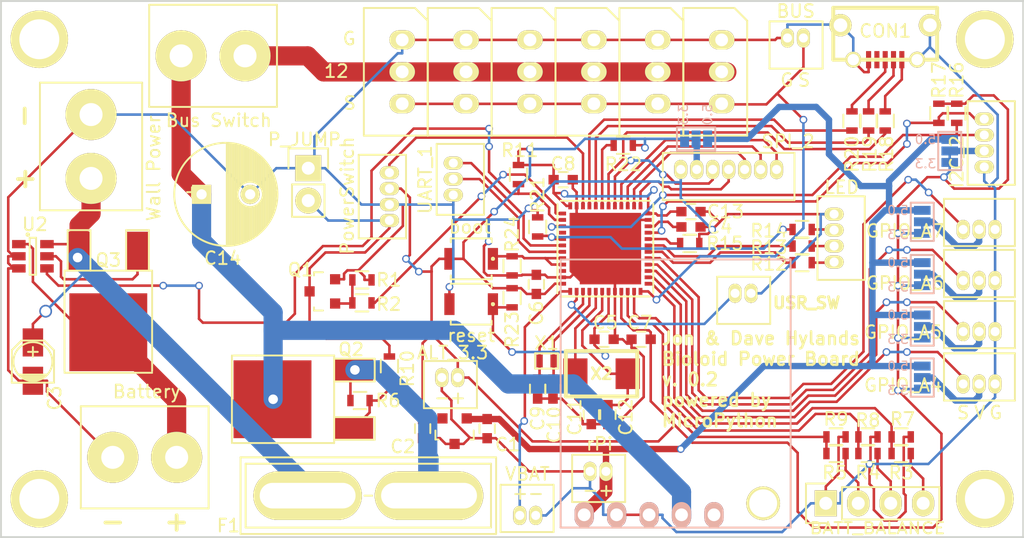
<source format=kicad_pcb>
(kicad_pcb (version 20171130) (host pcbnew "(5.1.12)-1")
  (layers (0 F.Cu signal) (31 B.Cu signal) (34 B.Paste user hide) (35 F.Paste user hide) (36 B.SilkS user hide) (37 F.SilkS user hide) (38 B.Mask user hide) (39 F.Mask user hide) (44 Edge.Cuts user))
  (net 0 "")
  (net 1 +5V)
  (net 2 +3V3)
  (net 3 +BATT)
  (net 4 GND)
  (net 5 "Net-(C4-Pad2)")
  (net 6 "Net-(C5-Pad2)")
  (net 7 "Net-(CON1-Pad1)")
  (net 8 "Net-(CON1-Pad2)")
  (net 9 "Net-(CON1-Pad3)")
  (net 10 "Net-(CON1-Pad4)")
  (net 11 "Net-(J1-Pad2)")
  (net 12 "Net-(J2-Pad2)")
  (net 13 "Net-(J3-Pad2)")
  (net 14 "Net-(J4-Pad2)")
  (net 15 "Net-(J5-Pad2)")
  (net 16 "Net-(J6-Pad2)")
  (net 17 "Net-(P3-Pad2)")
  (net 18 "Net-(P3-Pad3)")
  (net 19 UART_1_TX)
  (net 20 UART_1_RX)
  (net 21 I2C_2_SCL)
  (net 22 I2C_2_SDA)
  (net 23 SPI_2_MOSI)
  (net 24 SPI_2_MISO)
  (net 25 SPI_2_SCK)
  (net 26 SPI_CS_1)
  (net 27 SPI_CS_2)
  (net 28 "Net-(P8-Pad1)")
  (net 29 +12V)
  (net 30 GPIO_A4)
  (net 31 GPIO_A5)
  (net 32 GPIO_A6)
  (net 33 GPIO_A7)
  (net 34 BIOLOID_TX)
  (net 35 PA10)
  (net 36 PA9)
  (net 37 VBAT)
  (net 38 "Net-(Q1-Pad1)")
  (net 39 "Net-(Q2-Pad1)")
  (net 40 "Net-(Q3-Pad1)")
  (net 41 GATE_PIN)
  (net 42 CELL3_VOLTAGE)
  (net 43 CELL2_VOLTAGE)
  (net 44 CELL1_VOLTAGE)
  (net 45 STAT_PIN)
  (net 46 LED_R)
  (net 47 LED_G)
  (net 48 LED_B)
  (net 49 PB2)
  (net 50 "Net-(R19-Pad1)")
  (net 51 "Net-(R20-Pad1)")
  (net 52 SWITCH_PIN)
  (net 53 "Net-(U3-Pad40)")
  (net 54 +POWER)
  (net 55 +F_POWER)
  (net 56 +SW_12V)
  (net 57 /OSC32_IN)
  (net 58 /OSC32_OUT)
  (net 59 /OSC_IN)
  (net 60 /OSC_OUT)
  (net 61 "Net-(P14-Pad2)")
  (net 62 "Net-(P14-Pad3)")
  (net 63 "Net-(P14-Pad4)")
  (net 64 "Net-(U3-Pad46)")
  (net 65 "Net-(P3-Pad4)")
  (net 66 "Net-(P22-Pad2)")
  (net 67 "Net-(P23-Pad2)")
  (net 68 BOOT0)
  (module Fuse_Holders_and_Fuses:BladeFuse-CarType (layer F.Cu) (at 128.75 138.75)
    (fp_text reference F1 (at -10.95 2.35) (layer F.SilkS))
    (fp_text value FUSE hide)
    (pad 1 thru_hole oval (at -4.75 0) (size 8.5 3.8) (drill oval 7.5 2) (layers *.Cu *.Mask F.SilkS) (net 54 +POWER))
    (pad 2 thru_hole oval (at 4.75 0) (size 8.5 3.8) (drill oval 7.5 2) (layers *.Cu *.Mask F.SilkS) (net 55 +F_POWER))
  )
  (module MicroPython-Parts-new:UFQFPN48 (layer F.Cu) (at 147.3 119.4)
    (fp_text reference U3 hide)
    (fp_text value STM32F401xD_UFQFPN48 hide)
    (pad G2 smd trapezoid (at -2.3 1.8) (size 1 1) (rect_delta -0.99 0) (layers F.Cu F.Paste F.Mask) (net 4 GND))
    (pad G3 smd rect (at 0.4 2.2) (size 4.8 1.2) (layers F.Cu F.Paste F.Mask) (net 4 GND))
    (pad 1 smd rect (at -2.75 3.35) (size 0.3 0.55) (layers F.Cu F.Paste F.Mask) (net 37 VBAT))
    (pad 13 smd rect (at 3.35 2.75) (size 0.55 0.3) (layers F.Cu F.Paste F.Mask) (net 42 CELL3_VOLTAGE))
    (pad 25 smd rect (at 2.75 -3.35) (size 0.3 0.55) (layers F.Cu F.Paste F.Mask) (net 26 SPI_CS_1))
    (pad 37 smd rect (at -3.35 -2.75) (size 0.55 0.3) (layers F.Cu F.Paste F.Mask) (net 41 GATE_PIN))
    (pad G1 smd rect (at 0 0) (size 5.6 4.6) (drill (offset 0 -0.5)) (layers F.Cu F.Paste F.Mask) (net 4 GND))
    (pad 2 smd rect (at -2.25 3.35) (size 0.3 0.55) (layers F.Cu F.Paste F.Mask) (net 67 "Net-(P23-Pad2)"))
    (pad 3 smd rect (at -1.75 3.35) (size 0.3 0.55) (layers F.Cu F.Paste F.Mask) (net 57 /OSC32_IN))
    (pad 4 smd rect (at -1.25 3.35) (size 0.3 0.55) (layers F.Cu F.Paste F.Mask) (net 58 /OSC32_OUT))
    (pad 5 smd rect (at -0.75 3.35) (size 0.3 0.55) (layers F.Cu F.Paste F.Mask) (net 59 /OSC_IN))
    (pad 6 smd rect (at -0.25 3.35) (size 0.3 0.55) (layers F.Cu F.Paste F.Mask) (net 60 /OSC_OUT))
    (pad 7 smd rect (at 0.25 3.35) (size 0.3 0.55) (layers F.Cu F.Paste F.Mask) (net 6 "Net-(C5-Pad2)"))
    (pad 8 smd rect (at 0.75 3.35) (size 0.3 0.55) (layers F.Cu F.Paste F.Mask) (net 4 GND))
    (pad 9 smd rect (at 1.25 3.35) (size 0.3 0.55) (layers F.Cu F.Paste F.Mask) (net 2 +3V3))
    (pad 10 smd rect (at 1.75 3.35) (size 0.3 0.55) (layers F.Cu F.Paste F.Mask) (net 44 CELL1_VOLTAGE))
    (pad 11 smd rect (at 2.25 3.35) (size 0.3 0.55) (layers F.Cu F.Paste F.Mask) (net 43 CELL2_VOLTAGE))
    (pad 12 smd rect (at 2.75 3.35) (size 0.3 0.55) (layers F.Cu F.Paste F.Mask) (net 34 BIOLOID_TX))
    (pad 14 smd rect (at 3.35 2.25) (size 0.55 0.3) (layers F.Cu F.Paste F.Mask) (net 30 GPIO_A4))
    (pad 15 smd rect (at 3.35 1.75) (size 0.55 0.3) (layers F.Cu F.Paste F.Mask) (net 31 GPIO_A5))
    (pad 16 smd rect (at 3.35 1.25) (size 0.55 0.3) (layers F.Cu F.Paste F.Mask) (net 32 GPIO_A6))
    (pad 17 smd rect (at 3.35 0.75) (size 0.55 0.3) (layers F.Cu F.Paste F.Mask) (net 33 GPIO_A7))
    (pad 18 smd rect (at 3.35 0.25) (size 0.55 0.3) (layers F.Cu F.Paste F.Mask) (net 46 LED_R))
    (pad 19 smd rect (at 3.35 -0.25) (size 0.55 0.3) (layers F.Cu F.Paste F.Mask) (net 47 LED_G))
    (pad 20 smd rect (at 3.35 -0.75) (size 0.55 0.3) (layers F.Cu F.Paste F.Mask) (net 49 PB2))
    (pad 21 smd rect (at 3.35 -1.25) (size 0.55 0.3) (layers F.Cu F.Paste F.Mask) (net 21 I2C_2_SCL))
    (pad 22 smd rect (at 3.35 -1.75) (size 0.55 0.3) (layers F.Cu F.Paste F.Mask) (net 5 "Net-(C4-Pad2)"))
    (pad 23 smd rect (at 3.35 -2.25) (size 0.55 0.3) (layers F.Cu F.Paste F.Mask) (net 4 GND))
    (pad 24 smd rect (at 3.35 -2.75) (size 0.55 0.3) (layers F.Cu F.Paste F.Mask) (net 2 +3V3))
    (pad 26 smd rect (at 2.25 -3.35) (size 0.3 0.55) (layers F.Cu F.Paste F.Mask) (net 25 SPI_2_SCK))
    (pad 27 smd rect (at 1.75 -3.35) (size 0.3 0.55) (layers F.Cu F.Paste F.Mask) (net 24 SPI_2_MISO))
    (pad 28 smd rect (at 1.25 -3.35) (size 0.3 0.55) (layers F.Cu F.Paste F.Mask) (net 23 SPI_2_MOSI))
    (pad 29 smd rect (at 0.75 -3.35) (size 0.3 0.55) (layers F.Cu F.Paste F.Mask) (net 27 SPI_CS_2))
    (pad 30 smd rect (at 0.25 -3.35) (size 0.3 0.55) (layers F.Cu F.Paste F.Mask) (net 36 PA9))
    (pad 31 smd rect (at -0.25 -3.35) (size 0.3 0.55) (layers F.Cu F.Paste F.Mask) (net 35 PA10))
    (pad 32 smd rect (at -0.75 -3.35) (size 0.3 0.55) (layers F.Cu F.Paste F.Mask) (net 50 "Net-(R19-Pad1)"))
    (pad 33 smd rect (at -1.25 -3.35) (size 0.3 0.55) (layers F.Cu F.Paste F.Mask) (net 51 "Net-(R20-Pad1)"))
    (pad 34 smd rect (at -1.75 -3.35) (size 0.3 0.55) (layers F.Cu F.Paste F.Mask) (net 52 SWITCH_PIN))
    (pad 35 smd rect (at -2.25 -3.35) (size 0.3 0.55) (layers F.Cu F.Paste F.Mask) (net 4 GND))
    (pad 36 smd rect (at -2.75 -3.35) (size 0.3 0.55) (layers F.Cu F.Paste F.Mask) (net 2 +3V3))
    (pad 38 smd rect (at -3.35 -2.25) (size 0.55 0.3) (layers F.Cu F.Paste F.Mask) (net 45 STAT_PIN))
    (pad 39 smd rect (at -3.35 -1.75) (size 0.55 0.3) (layers F.Cu F.Paste F.Mask) (net 22 I2C_2_SDA))
    (pad 40 smd rect (at -3.35 -1.25) (size 0.55 0.3) (layers F.Cu F.Paste F.Mask) (net 53 "Net-(U3-Pad40)"))
    (pad 41 smd rect (at -3.35 -0.75) (size 0.55 0.3) (layers F.Cu F.Paste F.Mask) (net 48 LED_B))
    (pad 42 smd rect (at -3.35 -0.25) (size 0.55 0.3) (layers F.Cu F.Paste F.Mask) (net 19 UART_1_TX))
    (pad 43 smd rect (at -3.35 0.25) (size 0.55 0.3) (layers F.Cu F.Paste F.Mask) (net 20 UART_1_RX))
    (pad 44 smd rect (at -3.35 0.75) (size 0.55 0.3) (layers F.Cu F.Paste F.Mask) (net 68 BOOT0))
    (pad 45 smd rect (at -3.35 1.25) (size 0.55 0.3) (layers F.Cu F.Paste F.Mask) (net 68 BOOT0))
    (pad 46 smd rect (at -3.35 1.75) (size 0.55 0.3) (layers F.Cu F.Paste F.Mask) (net 64 "Net-(U3-Pad46)"))
    (pad 47 smd rect (at -3.35 2.25) (size 0.55 0.3) (layers F.Cu F.Paste F.Mask) (net 4 GND))
    (pad 48 smd rect (at -3.35 2.75) (size 0.55 0.3) (layers F.Cu F.Paste F.Mask) (net 2 +3V3))
  )
  (module Capacitors_SMD:C_0603 (layer F.Cu) (at 138.05 133.5 270)
    (fp_text reference C1 (at 1.25 -1.6) (layer F.SilkS))
    (fp_text value 0.1uF hide)
    (pad 1 smd rect (at -0.75 0 270) (size 0.8 0.75) (layers F.Cu F.Paste F.Mask) (net 1 +5V))
    (pad 2 smd rect (at 0.75 0 270) (size 0.8 0.75) (layers F.Cu F.Paste F.Mask) (net 4 GND))
  )
  (module Capacitors_SMD:C_0603 (layer F.Cu) (at 133 133.5 270)
    (fp_text reference C2 (at 1.4 1.55) (layer F.SilkS))
    (fp_text value 0.1uF hide)
    (pad 1 smd rect (at -0.75 0 270) (size 0.8 0.75) (layers F.Cu F.Paste F.Mask) (net 2 +3V3))
    (pad 2 smd rect (at 0.75 0 270) (size 0.8 0.75) (layers F.Cu F.Paste F.Mask) (net 4 GND))
  )
  (module Capacitors_SMD:C_0603 (layer F.Cu) (at 154 117.7 180)
    (fp_text reference C4 (at -2.25 0 180) (layer F.SilkS))
    (fp_text value 0.1uF hide)
    (pad 1 smd rect (at -0.75 0 180) (size 0.8 0.75) (layers F.Cu F.Paste F.Mask) (net 4 GND))
    (pad 2 smd rect (at 0.75 0 180) (size 0.8 0.75) (layers F.Cu F.Paste F.Mask) (net 5 "Net-(C4-Pad2)"))
  )
  (module Capacitors_SMD:C_0603 (layer F.Cu) (at 147.2 126.5 180)
    (fp_text reference C5 (at -0.1 1.3 180) (layer F.SilkS))
    (fp_text value 0.1uF hide)
    (pad 1 smd rect (at -0.75 0 180) (size 0.8 0.75) (layers F.Cu F.Paste F.Mask) (net 4 GND))
    (pad 2 smd rect (at 0.75 0 180) (size 0.8 0.75) (layers F.Cu F.Paste F.Mask) (net 6 "Net-(C5-Pad2)"))
  )
  (module Capacitors_SMD:C_0603 (layer F.Cu) (at 141.9 122.2 270)
    (fp_text reference C6 (at 2.25 0 270) (layer F.SilkS))
    (fp_text value 0.1uF hide)
    (pad 1 smd rect (at -0.75 0 270) (size 0.8 0.75) (layers F.Cu F.Paste F.Mask) (net 4 GND))
    (pad 2 smd rect (at 0.75 0 270) (size 0.8 0.75) (layers F.Cu F.Paste F.Mask) (net 2 +3V3))
  )
  (module Capacitors_SMD:C_0603 (layer F.Cu) (at 150.1 126.5)
    (fp_text reference C7 (at -0.1 -1.3) (layer F.SilkS))
    (fp_text value 0.1uF hide)
    (pad 1 smd rect (at -0.75 0) (size 0.8 0.75) (layers F.Cu F.Paste F.Mask) (net 4 GND))
    (pad 2 smd rect (at 0.75 0) (size 0.8 0.75) (layers F.Cu F.Paste F.Mask) (net 2 +3V3))
  )
  (module Capacitors_SMD:C_0603 (layer F.Cu) (at 144 114 180)
    (fp_text reference C8 (at 0 1.25 180) (layer F.SilkS))
    (fp_text value 0.1uF hide)
    (pad 1 smd rect (at -0.75 0 180) (size 0.8 0.75) (layers F.Cu F.Paste F.Mask) (net 4 GND))
    (pad 2 smd rect (at 0.75 0 180) (size 0.8 0.75) (layers F.Cu F.Paste F.Mask) (net 2 +3V3))
  )
  (module Capacitors_SMD:C_0603 (layer F.Cu) (at 142 130.4 90)
    (fp_text reference C9 (at -2.3 0 90) (layer F.SilkS))
    (fp_text value 6pF hide)
    (pad 1 smd rect (at -0.75 0 90) (size 0.8 0.75) (layers F.Cu F.Paste F.Mask) (net 4 GND))
    (pad 2 smd rect (at 0.75 0 90) (size 0.8 0.75) (layers F.Cu F.Paste F.Mask) (net 57 /OSC32_IN))
  )
  (module Capacitors_SMD:C_0603 (layer F.Cu) (at 143.2 130.4 90)
    (fp_text reference C10 (at -2.8 0.1 90) (layer F.SilkS))
    (fp_text value 6pF hide)
    (pad 1 smd rect (at -0.75 0 90) (size 0.8 0.75) (layers F.Cu F.Paste F.Mask) (net 4 GND))
    (pad 2 smd rect (at 0.75 0 90) (size 0.8 0.75) (layers F.Cu F.Paste F.Mask) (net 58 /OSC32_OUT))
  )
  (module Capacitors_SMD:C_0603 (layer F.Cu) (at 146.2 132.4 90)
    (fp_text reference C11 (at -0.2 -1.3 90) (layer F.SilkS))
    (fp_text value 18pF hide)
    (pad 1 smd rect (at -0.75 0 90) (size 0.8 0.75) (layers F.Cu F.Paste F.Mask) (net 4 GND))
    (pad 2 smd rect (at 0.75 0 90) (size 0.8 0.75) (layers F.Cu F.Paste F.Mask) (net 59 /OSC_IN))
  )
  (module Capacitors_SMD:C_0603 (layer F.Cu) (at 147.5 132.4 90)
    (fp_text reference C12 (at -0.2 1.4 90) (layer F.SilkS))
    (fp_text value 18pF hide)
    (pad 1 smd rect (at -0.75 0 90) (size 0.8 0.75) (layers F.Cu F.Paste F.Mask) (net 4 GND))
    (pad 2 smd rect (at 0.75 0 90) (size 0.8 0.75) (layers F.Cu F.Paste F.Mask) (net 60 /OSC_OUT))
  )
  (module JonTest:USB_MICRO_B (layer F.Cu) (at 169.2 104.6 180)
    (fp_text reference CON1 (at 0 2.25 180) (layer F.SilkS))
    (fp_text value USB-MICRO-B hide)
    (pad 1 smd rect (at -1.30048 0 180) (size 0.39878 1.34874) (layers F.Cu F.Paste F.Mask) (net 7 "Net-(CON1-Pad1)"))
    (pad 2 smd rect (at -0.65024 0 180) (size 0.39878 1.34874) (layers F.Cu F.Paste F.Mask) (net 8 "Net-(CON1-Pad2)"))
    (pad 3 smd rect (at 0 0 180) (size 0.39878 1.34874) (layers F.Cu F.Paste F.Mask) (net 9 "Net-(CON1-Pad3)"))
    (pad 4 smd rect (at 0.65024 0 180) (size 0.39878 1.34874) (layers F.Cu F.Paste F.Mask) (net 10 "Net-(CON1-Pad4)"))
    (pad 5 smd rect (at 1.30048 0 180) (size 0.39878 1.34874) (layers F.Cu F.Paste F.Mask) (net 4 GND))
    (pad 6 thru_hole circle (at -3.50012 2.70002 180) (size 1.75006 1.75006) (drill 1.0668) (layers *.Cu *.Mask F.SilkS) (net 4 GND))
    (pad 7 thru_hole circle (at -2.49936 0 180) (size 1.24968 1.24968) (drill 0.889) (layers *.Cu *.Mask F.SilkS) (net 4 GND))
    (pad 8 thru_hole circle (at 2.49936 0 180) (size 1.24968 1.24968) (drill 0.889) (layers *.Cu *.Mask F.SilkS) (net 4 GND))
    (pad 9 thru_hole circle (at 3.50012 2.70002 180) (size 1.75006 1.75006) (drill 1.0668) (layers *.Cu *.Mask F.SilkS) (net 4 GND))
  )
  (module MicroPython-Parts-new:Jumper-Switch (layer B.Cu) (at 174.25 111.75 270)
    (fp_text reference J1 hide)
    (fp_text value Jumper_Switch hide)
    (fp_line (start 0 0) (end 0.9 0) (layer B.Cu) (width 0.2))
    (fp_text user 5.0 (at -0.9 1.9 180) (layer B.SilkS) (effects (font (size 0.7 0.7) (thickness 0.1)) (justify mirror)))
    (fp_text user 3.3 (at 1 1.9 180) (layer B.SilkS) (effects (font (size 0.7 0.7) (thickness 0.1)) (justify mirror)))
    (pad 1 smd rect (at -0.9 0 270) (size 0.7 1.3) (layers B.Cu B.Paste B.Mask) (net 1 +5V))
    (pad 2 smd rect (at 0 0 270) (size 0.7 1.3) (layers B.Cu B.Paste B.Mask) (net 11 "Net-(J1-Pad2)"))
    (pad 3 smd rect (at 0.9 0 270) (size 0.7 1.3) (layers B.Cu B.Paste B.Mask) (net 2 +3V3))
  )
  (module MicroPython-Parts-new:Jumper-Switch (layer B.Cu) (at 172.1 129.5 270)
    (fp_text reference J3 hide)
    (fp_text value Jumper_Switch hide)
    (fp_line (start 0 0) (end 0.9 0) (layer B.Cu) (width 0.2))
    (fp_text user 5.0 (at -0.9 1.9 180) (layer B.SilkS) (effects (font (size 0.7 0.7) (thickness 0.1)) (justify mirror)))
    (fp_text user 3.3 (at 1 1.9 180) (layer B.SilkS) (effects (font (size 0.7 0.7) (thickness 0.1)) (justify mirror)))
    (pad 1 smd rect (at -0.9 0 270) (size 0.7 1.3) (layers B.Cu B.Paste B.Mask) (net 1 +5V))
    (pad 2 smd rect (at 0 0 270) (size 0.7 1.3) (layers B.Cu B.Paste B.Mask) (net 13 "Net-(J3-Pad2)"))
    (pad 3 smd rect (at 0.9 0 270) (size 0.7 1.3) (layers B.Cu B.Paste B.Mask) (net 2 +3V3))
  )
  (module MicroPython-Parts-new:Jumper-Switch (layer B.Cu) (at 172.1 125.5 270)
    (fp_text reference J4 hide)
    (fp_text value Jumper_Switch hide)
    (fp_line (start 0 0) (end 0.9 0) (layer B.Cu) (width 0.2))
    (fp_text user 5.0 (at -0.9 1.9 180) (layer B.SilkS) (effects (font (size 0.7 0.7) (thickness 0.1)) (justify mirror)))
    (fp_text user 3.3 (at 1 1.9 180) (layer B.SilkS) (effects (font (size 0.7 0.7) (thickness 0.1)) (justify mirror)))
    (pad 1 smd rect (at -0.9 0 270) (size 0.7 1.3) (layers B.Cu B.Paste B.Mask) (net 1 +5V))
    (pad 2 smd rect (at 0 0 270) (size 0.7 1.3) (layers B.Cu B.Paste B.Mask) (net 14 "Net-(J4-Pad2)"))
    (pad 3 smd rect (at 0.9 0 270) (size 0.7 1.3) (layers B.Cu B.Paste B.Mask) (net 2 +3V3))
  )
  (module MicroPython-Parts-new:Jumper-Switch (layer B.Cu) (at 172.1 121.4 270)
    (fp_text reference J5 hide)
    (fp_text value Jumper_Switch hide)
    (fp_line (start 0 0) (end 0.9 0) (layer B.Cu) (width 0.2))
    (fp_text user 5.0 (at -0.9 1.9 180) (layer B.SilkS) (effects (font (size 0.7 0.7) (thickness 0.1)) (justify mirror)))
    (fp_text user 3.3 (at 1 1.9 180) (layer B.SilkS) (effects (font (size 0.7 0.7) (thickness 0.1)) (justify mirror)))
    (pad 1 smd rect (at -0.9 0 270) (size 0.7 1.3) (layers B.Cu B.Paste B.Mask) (net 1 +5V))
    (pad 2 smd rect (at 0 0 270) (size 0.7 1.3) (layers B.Cu B.Paste B.Mask) (net 15 "Net-(J5-Pad2)"))
    (pad 3 smd rect (at 0.9 0 270) (size 0.7 1.3) (layers B.Cu B.Paste B.Mask) (net 2 +3V3))
  )
  (module MicroPython-Parts-new:Jumper-Switch (layer B.Cu) (at 172.1 117.3 270)
    (fp_text reference J6 hide)
    (fp_text value Jumper_Switch hide)
    (fp_line (start 0 0) (end 0.9 0) (layer B.Cu) (width 0.2))
    (fp_text user 5.0 (at -0.9 1.9 180) (layer B.SilkS) (effects (font (size 0.7 0.7) (thickness 0.1)) (justify mirror)))
    (fp_text user 3.3 (at 1 1.9 180) (layer B.SilkS) (effects (font (size 0.7 0.7) (thickness 0.1)) (justify mirror)))
    (pad 1 smd rect (at -0.9 0 270) (size 0.7 1.3) (layers B.Cu B.Paste B.Mask) (net 1 +5V))
    (pad 2 smd rect (at 0 0 270) (size 0.7 1.3) (layers B.Cu B.Paste B.Mask) (net 16 "Net-(J6-Pad2)"))
    (pad 3 smd rect (at 0.9 0 270) (size 0.7 1.3) (layers B.Cu B.Paste B.Mask) (net 2 +3V3))
  )
  (module MicroPython-Parts-new:SIL_3_050 (layer F.Cu) (at 135.4 112.7 270)
    (fp_text reference P5 hide)
    (fp_text value UART_1 (at 1.3 2.2 270) (layer F.SilkS))
    (pad 1 thru_hole oval (at 0 0 270) (size 1.016 1.5) (drill 0.7112) (layers *.Cu *.Mask F.SilkS) (net 19 UART_1_TX))
    (pad 2 thru_hole oval (at 1.25 0 270) (size 1.016 1.5) (drill 0.7112) (layers *.Cu *.Mask F.SilkS) (net 20 UART_1_RX))
    (pad 3 thru_hole oval (at 2.5 0 270) (size 1.016 1.5) (drill 0.7112) (layers *.Cu *.Mask F.SilkS) (net 4 GND))
  )
  (module MicroPython-Parts-new:SIL_4_050 (layer F.Cu) (at 176.95 109.25 270)
    (fp_text reference P6 hide)
    (fp_text value I2C_2 (at 3.35 2.15 270) (layer F.SilkS))
    (pad 1 thru_hole oval (at 0 0 270) (size 1.016 1.5) (drill 0.7112) (layers *.Cu *.Mask F.SilkS) (net 21 I2C_2_SCL))
    (pad 2 thru_hole oval (at 1.25 0 270) (size 1.016 1.5) (drill 0.7112) (layers *.Cu *.Mask F.SilkS) (net 22 I2C_2_SDA))
    (pad 3 thru_hole oval (at 2.5 0 270) (size 1.016 1.5) (drill 0.7112) (layers *.Cu *.Mask F.SilkS) (net 11 "Net-(J1-Pad2)"))
    (pad 4 thru_hole oval (at 3.75 0 270) (size 1.016 1.5) (drill 0.7112) (layers *.Cu *.Mask F.SilkS) (net 4 GND))
  )
  (module MicroPython-Parts-new:SIL_3_050 (layer F.Cu) (at 175.3 130)
    (fp_text reference P9 hide)
    (fp_text value GPIO_A4 (at -4.7 0.1) (layer F.SilkS))
    (pad 1 thru_hole oval (at 0 0) (size 1.016 1.5) (drill 0.7112) (layers *.Cu *.Mask F.SilkS) (net 30 GPIO_A4))
    (pad 2 thru_hole oval (at 1.25 0) (size 1.016 1.5) (drill 0.7112) (layers *.Cu *.Mask F.SilkS) (net 13 "Net-(J3-Pad2)"))
    (pad 3 thru_hole oval (at 2.5 0) (size 1.016 1.5) (drill 0.7112) (layers *.Cu *.Mask F.SilkS) (net 4 GND))
  )
  (module MicroPython-Parts-new:SIL_3_050 (layer F.Cu) (at 175.3 125.9)
    (fp_text reference P10 hide)
    (fp_text value GPIO_A5 (at -4.7 0.05) (layer F.SilkS))
    (pad 1 thru_hole oval (at 0 0) (size 1.016 1.5) (drill 0.7112) (layers *.Cu *.Mask F.SilkS) (net 31 GPIO_A5))
    (pad 2 thru_hole oval (at 1.25 0) (size 1.016 1.5) (drill 0.7112) (layers *.Cu *.Mask F.SilkS) (net 14 "Net-(J4-Pad2)"))
    (pad 3 thru_hole oval (at 2.5 0) (size 1.016 1.5) (drill 0.7112) (layers *.Cu *.Mask F.SilkS) (net 4 GND))
  )
  (module MicroPython-Parts-new:SIL_3_050 (layer F.Cu) (at 175.3 121.9)
    (fp_text reference P11 hide)
    (fp_text value GPIO_A6 (at -4.55 0.2) (layer F.SilkS))
    (pad 1 thru_hole oval (at 0 0) (size 1.016 1.5) (drill 0.7112) (layers *.Cu *.Mask F.SilkS) (net 32 GPIO_A6))
    (pad 2 thru_hole oval (at 1.25 0) (size 1.016 1.5) (drill 0.7112) (layers *.Cu *.Mask F.SilkS) (net 15 "Net-(J5-Pad2)"))
    (pad 3 thru_hole oval (at 2.5 0) (size 1.016 1.5) (drill 0.7112) (layers *.Cu *.Mask F.SilkS) (net 4 GND))
  )
  (module MicroPython-Parts-new:SIL_3_050 (layer F.Cu) (at 175.3 117.9)
    (fp_text reference P12 hide)
    (fp_text value GPIO_A7 (at -4.55 0.12) (layer F.SilkS))
    (pad 1 thru_hole oval (at 0 0) (size 1.016 1.5) (drill 0.7112) (layers *.Cu *.Mask F.SilkS) (net 33 GPIO_A7))
    (pad 2 thru_hole oval (at 1.25 0) (size 1.016 1.5) (drill 0.7112) (layers *.Cu *.Mask F.SilkS) (net 16 "Net-(J6-Pad2)"))
    (pad 3 thru_hole oval (at 2.5 0) (size 1.016 1.5) (drill 0.7112) (layers *.Cu *.Mask F.SilkS) (net 4 GND))
  )
  (module TO_SOT_Packages_SMD:SOT-23 (layer F.Cu) (at 125.15 122.75 90)
    (fp_text reference Q1 (at 1.7 -1.7 180) (layer F.SilkS))
    (fp_text value BS-170 hide)
    (pad 1 smd rect (at -0.95 1.00076 90) (size 0.8001 0.8001) (layers F.Cu F.Paste F.Mask) (net 38 "Net-(Q1-Pad1)"))
    (pad 2 smd rect (at 0.95 1.00076 90) (size 0.8001 0.8001) (layers F.Cu F.Paste F.Mask) (net 4 GND))
    (pad 3 smd rect (at 0 -0.99822 90) (size 0.8001 0.8001) (layers F.Cu F.Paste F.Mask) (net 66 "Net-(P22-Pad2)"))
  )
  (module TO_SOT_Packages_SMD:TO-252-2Lead (layer F.Cu) (at 127.6 131.2 90)
    (fp_text reference Q2 (at 3.9 -0.2 180) (layer F.SilkS))
    (fp_text value STD30PF03LT4 hide)
    (pad 1 smd rect (at -2.286 0 90) (size 1.651 3.048) (layers F.Cu F.Paste F.Mask) (net 39 "Net-(Q2-Pad1)"))
    (pad 2 smd rect (at 0 -6.35 90) (size 6.096 6.096) (layers F.Cu F.Paste F.Mask) (net 29 +12V))
    (pad 3 smd rect (at 2.286 0 90) (size 1.651 3.048) (layers F.Cu F.Paste F.Mask) (net 55 +F_POWER))
  )
  (module TO_SOT_Packages_SMD:TO-252-2Lead (layer F.Cu) (at 108.4 119.6 180)
    (fp_text reference Q3 (at 0 -0.7 180) (layer F.SilkS))
    (fp_text value STD30PF03LT4 hide)
    (pad 1 smd rect (at -2.286 0 180) (size 1.651 3.048) (layers F.Cu F.Paste F.Mask) (net 40 "Net-(Q3-Pad1)"))
    (pad 2 smd rect (at 0 -6.35 180) (size 6.096 6.096) (layers F.Cu F.Paste F.Mask) (net 3 +BATT))
    (pad 3 smd rect (at 2.286 0 180) (size 1.651 3.048) (layers F.Cu F.Paste F.Mask) (net 54 +POWER))
  )
  (module Resistors_SMD:R_0603 (layer F.Cu) (at 128.25 121.85 180)
    (fp_text reference R1 (at -2.1 0 180) (layer F.SilkS))
    (fp_text value 10K hide)
    (pad 1 smd rect (at -0.75 0 180) (size 0.5 0.9) (layers F.Cu F.Paste F.Mask) (net 4 GND))
    (pad 2 smd rect (at 0.75 0 180) (size 0.5 0.9) (layers F.Cu F.Paste F.Mask) (net 38 "Net-(Q1-Pad1)"))
  )
  (module Resistors_SMD:R_0603 (layer F.Cu) (at 128.25 123.65)
    (fp_text reference R2 (at 2.1 0.1) (layer F.SilkS))
    (fp_text value 100 hide)
    (pad 1 smd rect (at -0.75 0) (size 0.5 0.9) (layers F.Cu F.Paste F.Mask) (net 38 "Net-(Q1-Pad1)"))
    (pad 2 smd rect (at 0.75 0) (size 0.5 0.9) (layers F.Cu F.Paste F.Mask) (net 41 GATE_PIN))
  )
  (module Resistors_SMD:R_0603 (layer F.Cu) (at 170.45 135.45)
    (fp_text reference R3 (at 0 1.5) (layer F.SilkS))
    (fp_text value 15K hide)
    (pad 1 smd rect (at -0.75 0) (size 0.5 0.9) (layers F.Cu F.Paste F.Mask) (net 42 CELL3_VOLTAGE))
    (pad 2 smd rect (at 0.75 0) (size 0.5 0.9) (layers F.Cu F.Paste F.Mask) (net 65 "Net-(P3-Pad4)"))
  )
  (module Resistors_SMD:R_0603 (layer F.Cu) (at 167.85 135.45)
    (fp_text reference R4 (at 0 1.5) (layer F.SilkS))
    (fp_text value 15K hide)
    (pad 1 smd rect (at -0.75 0) (size 0.5 0.9) (layers F.Cu F.Paste F.Mask) (net 43 CELL2_VOLTAGE))
    (pad 2 smd rect (at 0.75 0) (size 0.5 0.9) (layers F.Cu F.Paste F.Mask) (net 18 "Net-(P3-Pad3)"))
  )
  (module Resistors_SMD:R_0603 (layer F.Cu) (at 165.35 135.45)
    (fp_text reference R5 (at -0.1 1.5) (layer F.SilkS))
    (fp_text value 15K hide)
    (pad 1 smd rect (at -0.75 0) (size 0.5 0.9) (layers F.Cu F.Paste F.Mask) (net 44 CELL1_VOLTAGE))
    (pad 2 smd rect (at 0.75 0) (size 0.5 0.9) (layers F.Cu F.Paste F.Mask) (net 17 "Net-(P3-Pad2)"))
  )
  (module Resistors_SMD:R_0603 (layer F.Cu) (at 128.1 131.3 180)
    (fp_text reference R6 (at -2.2 0 180) (layer F.SilkS))
    (fp_text value 22K hide)
    (pad 1 smd rect (at -0.75 0 180) (size 0.5 0.9) (layers F.Cu F.Paste F.Mask) (net 39 "Net-(Q2-Pad1)"))
    (pad 2 smd rect (at 0.75 0 180) (size 0.5 0.9) (layers F.Cu F.Paste F.Mask) (net 55 +F_POWER))
  )
  (module Resistors_SMD:R_0603 (layer F.Cu) (at 170.45 134.15 180)
    (fp_text reference R7 (at -0.1 1.4 180) (layer F.SilkS))
    (fp_text value 5K hide)
    (pad 1 smd rect (at -0.75 0 180) (size 0.5 0.9) (layers F.Cu F.Paste F.Mask) (net 4 GND))
    (pad 2 smd rect (at 0.75 0 180) (size 0.5 0.9) (layers F.Cu F.Paste F.Mask) (net 42 CELL3_VOLTAGE))
  )
  (module Resistors_SMD:R_0603 (layer F.Cu) (at 167.85 134.15 180)
    (fp_text reference R8 (at 0 1.3 180) (layer F.SilkS))
    (fp_text value 5K hide)
    (pad 1 smd rect (at -0.75 0 180) (size 0.5 0.9) (layers F.Cu F.Paste F.Mask) (net 4 GND))
    (pad 2 smd rect (at 0.75 0 180) (size 0.5 0.9) (layers F.Cu F.Paste F.Mask) (net 43 CELL2_VOLTAGE))
  )
  (module Resistors_SMD:R_0603 (layer F.Cu) (at 165.35 134.15 180)
    (fp_text reference R9 (at 0 1.4 180) (layer F.SilkS))
    (fp_text value 5K hide)
    (pad 1 smd rect (at -0.75 0 180) (size 0.5 0.9) (layers F.Cu F.Paste F.Mask) (net 4 GND))
    (pad 2 smd rect (at 0.75 0 180) (size 0.5 0.9) (layers F.Cu F.Paste F.Mask) (net 44 CELL1_VOLTAGE))
  )
  (module Resistors_SMD:R_0603 (layer F.Cu) (at 130.4 128.6 270)
    (fp_text reference R10 (at 0.2 -1.4 270) (layer F.SilkS))
    (fp_text value 10K hide)
    (pad 1 smd rect (at -0.75 0 270) (size 0.5 0.9) (layers F.Cu F.Paste F.Mask) (net 66 "Net-(P22-Pad2)"))
    (pad 2 smd rect (at 0.75 0 270) (size 0.5 0.9) (layers F.Cu F.Paste F.Mask) (net 39 "Net-(Q2-Pad1)"))
  )
  (module Resistors_SMD:R_0603 (layer F.Cu) (at 140.5 113.6 90)
    (fp_text reference R11 (at 1.9 0.1 180) (layer F.SilkS))
    (fp_text value 470K hide)
    (pad 1 smd rect (at -0.75 0 90) (size 0.5 0.9) (layers F.Cu F.Paste F.Mask) (net 45 STAT_PIN))
    (pad 2 smd rect (at 0.75 0 90) (size 0.5 0.9) (layers F.Cu F.Paste F.Mask) (net 2 +3V3))
  )
  (module Resistors_SMD:R_0603 (layer F.Cu) (at 162.7 120.5)
    (fp_text reference R12 (at -2.6 0.1) (layer F.SilkS))
    (fp_text value 65 hide)
    (pad 1 smd rect (at -0.75 0) (size 0.5 0.9) (layers F.Cu F.Paste F.Mask) (net 46 LED_R))
    (pad 2 smd rect (at 0.75 0) (size 0.5 0.9) (layers F.Cu F.Paste F.Mask) (net 63 "Net-(P14-Pad4)"))
  )
  (module Resistors_SMD:R_0603 (layer F.Cu) (at 162.7 119.2)
    (fp_text reference R13 (at -2.6 0.1) (layer F.SilkS))
    (fp_text value 0 hide)
    (pad 1 smd rect (at -0.75 0) (size 0.5 0.9) (layers F.Cu F.Paste F.Mask) (net 47 LED_G))
    (pad 2 smd rect (at 0.75 0) (size 0.5 0.9) (layers F.Cu F.Paste F.Mask) (net 62 "Net-(P14-Pad3)"))
  )
  (module Resistors_SMD:R_0603 (layer F.Cu) (at 162.7 117.9)
    (fp_text reference R14 (at -2.6 0.1) (layer F.SilkS))
    (fp_text value 5 hide)
    (pad 1 smd rect (at -0.75 0) (size 0.5 0.9) (layers F.Cu F.Paste F.Mask) (net 48 LED_B))
    (pad 2 smd rect (at 0.75 0) (size 0.5 0.9) (layers F.Cu F.Paste F.Mask) (net 61 "Net-(P14-Pad2)"))
  )
  (module Resistors_SMD:R_0603 (layer F.Cu) (at 153.9 119)
    (fp_text reference R15 (at 2.75 0) (layer F.SilkS))
    (fp_text value 10K hide)
    (pad 1 smd rect (at -0.75 0) (size 0.5 0.9) (layers F.Cu F.Paste F.Mask) (net 49 PB2))
    (pad 2 smd rect (at 0.75 0) (size 0.5 0.9) (layers F.Cu F.Paste F.Mask) (net 4 GND))
  )
  (module Resistors_SMD:R_0603 (layer F.Cu) (at 174.8 108.8 90)
    (fp_text reference R16 (at 2.6 0 90) (layer F.SilkS))
    (fp_text value 4.7K hide)
    (pad 1 smd rect (at -0.75 0 90) (size 0.5 0.9) (layers F.Cu F.Paste F.Mask) (net 22 I2C_2_SDA))
    (pad 2 smd rect (at 0.75 0 90) (size 0.5 0.9) (layers F.Cu F.Paste F.Mask) (net 2 +3V3))
  )
  (module Resistors_SMD:R_0603 (layer F.Cu) (at 173.4 108.8 90)
    (fp_text reference R17 (at 2.6 0 90) (layer F.SilkS))
    (fp_text value 4.7K hide)
    (pad 1 smd rect (at -0.75 0 90) (size 0.5 0.9) (layers F.Cu F.Paste F.Mask) (net 21 I2C_2_SCL))
    (pad 2 smd rect (at 0.75 0 90) (size 0.5 0.9) (layers F.Cu F.Paste F.Mask) (net 2 +3V3))
  )
  (module Resistors_SMD:R_0603 (layer F.Cu) (at 169.2 109.4 90)
    (fp_text reference R18 (at -2.6 0.1 90) (layer F.SilkS))
    (fp_text value 1K hide)
    (pad 1 smd rect (at -0.75 0 90) (size 0.5 0.9) (layers F.Cu F.Paste F.Mask) (net 36 PA9))
    (pad 2 smd rect (at 0.75 0 90) (size 0.5 0.9) (layers F.Cu F.Paste F.Mask) (net 7 "Net-(CON1-Pad1)"))
  )
  (module Resistors_SMD:R_0603 (layer F.Cu) (at 167.9 109.4 90)
    (fp_text reference R19 (at -2.6 0.1 90) (layer F.SilkS))
    (fp_text value 20 hide)
    (pad 1 smd rect (at -0.75 0 90) (size 0.5 0.9) (layers F.Cu F.Paste F.Mask) (net 50 "Net-(R19-Pad1)"))
    (pad 2 smd rect (at 0.75 0 90) (size 0.5 0.9) (layers F.Cu F.Paste F.Mask) (net 8 "Net-(CON1-Pad2)"))
  )
  (module Resistors_SMD:R_0603 (layer F.Cu) (at 166.6 109.4 90)
    (fp_text reference R20 (at -2.6 0 90) (layer F.SilkS))
    (fp_text value 20 hide)
    (pad 1 smd rect (at -0.75 0 90) (size 0.5 0.9) (layers F.Cu F.Paste F.Mask) (net 51 "Net-(R20-Pad1)"))
    (pad 2 smd rect (at 0.75 0 90) (size 0.5 0.9) (layers F.Cu F.Paste F.Mask) (net 9 "Net-(CON1-Pad3)"))
  )
  (module Resistors_SMD:R_0603 (layer F.Cu) (at 142 117.7 90)
    (fp_text reference R21 (at 2.5 0 90) (layer F.SilkS))
    (fp_text value 10K hide)
    (pad 1 smd rect (at -0.75 0 90) (size 0.5 0.9) (layers F.Cu F.Paste F.Mask) (net 48 LED_B))
    (pad 2 smd rect (at 0.75 0 90) (size 0.5 0.9) (layers F.Cu F.Paste F.Mask) (net 4 GND))
  )
  (module Resistors_SMD:R_0603 (layer F.Cu) (at 148.7 111.3)
    (fp_text reference R22 (at 0 1.5) (layer F.SilkS))
    (fp_text value 100K hide)
    (pad 1 smd rect (at -0.75 0) (size 0.5 0.9) (layers F.Cu F.Paste F.Mask) (net 35 PA10))
    (pad 2 smd rect (at 0.75 0) (size 0.5 0.9) (layers F.Cu F.Paste F.Mask) (net 2 +3V3))
  )
  (module Resistors_SMD:R_0603 (layer F.Cu) (at 140 123.25 270)
    (fp_text reference R23 (at 2.5 0 270) (layer F.SilkS))
    (fp_text value 10K hide)
    (pad 1 smd rect (at -0.75 0 270) (size 0.5 0.9) (layers F.Cu F.Paste F.Mask) (net 2 +3V3))
    (pad 2 smd rect (at 0.75 0 270) (size 0.5 0.9) (layers F.Cu F.Paste F.Mask) (net 6 "Net-(C5-Pad2)"))
  )
  (module Resistors_SMD:R_0603 (layer F.Cu) (at 140 120.75 90)
    (fp_text reference R24 (at 2.5 0 90) (layer F.SilkS))
    (fp_text value 100K hide)
    (pad 1 smd rect (at -0.75 0 90) (size 0.5 0.9) (layers F.Cu F.Paste F.Mask) (net 4 GND))
    (pad 2 smd rect (at 0.75 0 90) (size 0.5 0.9) (layers F.Cu F.Paste F.Mask) (net 68 BOOT0))
  )
  (module MicroPython-Parts-new:PUSH_SMT (layer F.Cu) (at 138.5 123.75 180)
    (fp_text reference SW3 hide)
    (fp_text value RESET_SW hide)
    (pad 1 smd rect (at 0 0 180) (size 0.8001 1.7018) (layers F.Cu F.Paste F.Mask) (net 6 "Net-(C5-Pad2)"))
    (pad 2 smd rect (at 3.4036 0 180) (size 0.8001 1.7018) (layers F.Cu F.Paste F.Mask) (net 4 GND))
  )
  (module MicroPython-Parts-new:PUSH_SMT (layer F.Cu) (at 138.5 120.2 180)
    (fp_text reference SW4 hide)
    (fp_text value BOOT_SW hide)
    (pad 1 smd rect (at 0 0 180) (size 0.8001 1.7018) (layers F.Cu F.Paste F.Mask) (net 68 BOOT0))
    (pad 2 smd rect (at 3.4036 0 180) (size 0.8001 1.7018) (layers F.Cu F.Paste F.Mask) (net 2 +3V3))
  )
  (module TO_SOT_Packages_SMD:SOT-23-6 (layer F.Cu) (at 102.5 120)
    (fp_text reference U2 (at 0.15 -2.5) (layer F.SilkS))
    (fp_text value LTC4412 hide)
    (pad 1 smd rect (at -1.1 -0.95) (size 1.06 0.65) (layers F.Cu F.Paste F.Mask) (net 3 +BATT))
    (pad 2 smd rect (at -1.1 0) (size 1.06 0.65) (layers F.Cu F.Paste F.Mask) (net 4 GND))
    (pad 3 smd rect (at -1.1 0.95) (size 1.06 0.65) (layers F.Cu F.Paste F.Mask) (net 4 GND))
    (pad 4 smd rect (at 1.1 0.95) (size 1.06 0.65) (layers F.Cu F.Paste F.Mask) (net 45 STAT_PIN))
    (pad 6 smd rect (at 1.1 -0.95) (size 1.06 0.65) (layers F.Cu F.Paste F.Mask) (net 54 +POWER))
    (pad 5 smd rect (at 1.1 0) (size 1.06 0.65) (layers F.Cu F.Paste F.Mask) (net 40 "Net-(Q3-Pad1)"))
  )
  (module MicroPython-Parts-new:CRYSTAL_SMT_3 (layer F.Cu) (at 142.7 128.2 180)
    (fp_text reference X1 (at 0 1.4 180) (layer F.SilkS))
    (fp_text value 32.768kHz hide)
    (pad 1 smd rect (at -0.55 0 180) (size 0.5 1) (layers F.Cu F.Paste F.Mask) (net 58 /OSC32_OUT))
    (pad 2 smd rect (at 0.55 0 180) (size 0.5 1) (layers F.Cu F.Paste F.Mask) (net 57 /OSC32_IN))
  )
  (module MicroPython-Parts-new:CRYSTAL_SMT (layer F.Cu) (at 147 129.2 180)
    (fp_text reference X2 (at 0 0 180) (layer F.SilkS) (effects (font (size 0.889 0.889) (thickness 0.2))))
    (fp_text value 8MHz hide)
    (pad 1 smd rect (at -2.04978 0 180) (size 1.89992 2.4003) (layers F.Cu F.Paste F.Mask) (net 60 /OSC_OUT))
    (pad 2 smd rect (at 2.04978 0 180) (size 1.89992 2.4003) (layers F.Cu F.Paste F.Mask) (net 59 /OSC_IN))
  )
  (module MicroPython-Parts-new:SIL_2_050 (layer F.Cu) (at 162.8 102.9 180)
    (fp_text reference P26 hide)
    (fp_text value BUS (at 0.6 2.1 180) (layer F.SilkS))
    (pad 1 thru_hole oval (at 0 0 180) (size 1.016 1.5) (drill 0.7112) (layers *.Cu *.Mask F.SilkS) (net 34 BIOLOID_TX))
    (pad 2 thru_hole oval (at 1.25 0 180) (size 1.016 1.5) (drill 0.7112) (layers *.Cu *.Mask F.SilkS) (net 4 GND))
  )
  (module MicroPython-Parts-new:TerminalBlock (layer F.Cu) (at 111.25 135.75)
    (fp_text reference P2 hide)
    (fp_text value Battery (at 0.15 -5.15) (layer F.SilkS))
    (pad 1 thru_hole circle (at -2.5 0) (size 4 4) (drill 1.8) (layers *.Cu *.Mask F.SilkS) (net 4 GND))
    (pad 2 thru_hole circle (at 2.5 0) (size 4 4) (drill 1.8) (layers *.Cu *.Mask F.SilkS) (net 3 +BATT))
  )
  (module MicroPython-Parts-new:SIL_2_050 (layer F.Cu) (at 135.75 129.5 180)
    (fp_text reference P4 hide)
    (fp_text value ALT_3.3 (at 0.4 1.95 180) (layer F.SilkS))
    (pad 1 thru_hole oval (at 0 0 180) (size 1.016 1.5) (drill 0.7112) (layers *.Cu *.Mask F.SilkS) (net 2 +3V3))
    (pad 2 thru_hole oval (at 1.25 0 180) (size 1.016 1.5) (drill 0.7112) (layers *.Cu *.Mask F.SilkS) (net 4 GND))
  )
  (module MicroPython-Parts-new:SIL_2_050 (layer F.Cu) (at 140.6 140.3)
    (fp_text reference P25 hide)
    (fp_text value VBAT (at 0.6 -3.25) (layer F.SilkS))
    (pad 1 thru_hole oval (at 0 0) (size 1.016 1.5) (drill 0.7112) (layers *.Cu *.Mask F.SilkS) (net 37 VBAT))
    (pad 2 thru_hole oval (at 1.25 0) (size 1.016 1.5) (drill 0.7112) (layers *.Cu *.Mask F.SilkS) (net 4 GND))
  )
  (module MicroPython-Parts-new:4_40_hole (layer F.Cu) (at 177 103)
    (fp_text reference 1PIN_5 hide)
    (fp_text value P*** hide)
    (pad 1 thru_hole circle (at 0 0) (size 4.5 4.5) (drill 3.125) (layers *.Cu *.Mask F.SilkS))
  )
  (module MicroPython-Parts-new:4_40_hole (layer F.Cu) (at 177 139)
    (fp_text reference 1PIN_4 hide)
    (fp_text value P*** hide)
    (pad 1 thru_hole circle (at 0 0) (size 4.5 4.5) (drill 3.125) (layers *.Cu *.Mask F.SilkS))
  )
  (module MicroPython-Parts-new:4_40_hole (layer F.Cu) (at 103 139)
    (fp_text reference 1PIN_3 hide)
    (fp_text value P*** hide)
    (pad 1 thru_hole circle (at 0 0) (size 4.5 4.5) (drill 3.125) (layers *.Cu *.Mask F.SilkS))
  )
  (module Capacitors_SMD:C_0603 (layer F.Cu) (at 154 116.5 180)
    (fp_text reference C13 (at -2.7 0 180) (layer F.SilkS))
    (fp_text value 0.1uF hide)
    (pad 1 smd rect (at -0.75 0 180) (size 0.8 0.75) (layers F.Cu F.Paste F.Mask) (net 4 GND))
    (pad 2 smd rect (at 0.75 0 180) (size 0.8 0.75) (layers F.Cu F.Paste F.Mask) (net 2 +3V3))
  )
  (module MicroPython-Parts-new:SIL_2_050 (layer F.Cu) (at 147.35 136.85 180)
    (fp_text reference P21 hide)
    (fp_text value rPi (at 0.5 2.15 180) (layer F.SilkS))
    (pad 1 thru_hole oval (at 0 0 180) (size 1.016 1.5) (drill 0.7112) (layers *.Cu *.Mask F.SilkS) (net 1 +5V))
    (pad 2 thru_hole oval (at 1.25 0 180) (size 1.016 1.5) (drill 0.7112) (layers *.Cu *.Mask F.SilkS) (net 4 GND))
  )
  (module MicroPython-Parts-new:SIL_4_050 (layer F.Cu) (at 130.4 117.2 90)
    (fp_text reference SW2 hide)
    (fp_text value PowerSwitch (at 1.95 -3.3 90) (layer F.SilkS))
    (pad 1 thru_hole oval (at 0 0 90) (size 1.016 1.5) (drill 0.7112) (layers *.Cu *.Mask F.SilkS) (net 66 "Net-(P22-Pad2)"))
    (pad 2 thru_hole oval (at 1.25 0 90) (size 1.016 1.5) (drill 0.7112) (layers *.Cu *.Mask F.SilkS) (net 4 GND))
    (pad 3 thru_hole oval (at 2.5 0 90) (size 1.016 1.5) (drill 0.7112) (layers *.Cu *.Mask F.SilkS) (net 2 +3V3))
    (pad 4 thru_hole oval (at 3.75 0 90) (size 1.016 1.5) (drill 0.7112) (layers *.Cu *.Mask F.SilkS) (net 52 SWITCH_PIN))
  )
  (module Socket_Strips:Socket_Strip_Straight_1x04 (layer F.Cu) (at 164.55 139.35)
    (fp_text reference P3 hide)
    (fp_text value BATT_BALANCE (at 4.05 1.95) (layer F.SilkS) (effects (font (size 0.88 1))))
    (pad 1 thru_hole rect (at 0 0) (size 1.7272 2.032) (drill 1.016) (layers *.Cu *.Mask F.SilkS) (net 4 GND))
    (pad 2 thru_hole oval (at 2.54 0) (size 1.7272 2.032) (drill 1.016) (layers *.Cu *.Mask F.SilkS) (net 17 "Net-(P3-Pad2)"))
    (pad 3 thru_hole oval (at 5.08 0) (size 1.7272 2.032) (drill 1.016) (layers *.Cu *.Mask F.SilkS) (net 18 "Net-(P3-Pad3)"))
    (pad 4 thru_hole oval (at 7.62 0) (size 1.7272 2.032) (drill 1.016) (layers *.Cu *.Mask F.SilkS) (net 65 "Net-(P3-Pad4)"))
  )
  (module MicroPython-Parts-new:SIL_4_050 (layer F.Cu) (at 165.2 116.7 270)
    (fp_text reference P14 hide)
    (fp_text value LED (at -2.1 -0.6) (layer F.SilkS))
    (pad 1 thru_hole oval (at 0 0 270) (size 1.016 1.5) (drill 0.7112) (layers *.Cu *.Mask F.SilkS) (net 4 GND))
    (pad 2 thru_hole oval (at 1.25 0 270) (size 1.016 1.5) (drill 0.7112) (layers *.Cu *.Mask F.SilkS) (net 61 "Net-(P14-Pad2)"))
    (pad 3 thru_hole oval (at 2.5 0 270) (size 1.016 1.5) (drill 0.7112) (layers *.Cu *.Mask F.SilkS) (net 62 "Net-(P14-Pad3)"))
    (pad 4 thru_hole oval (at 3.75 0 270) (size 1.016 1.5) (drill 0.7112) (layers *.Cu *.Mask F.SilkS) (net 63 "Net-(P14-Pad4)"))
  )
  (module MicroPython-Parts-new:TerminalBlock (layer F.Cu) (at 116.6 104.3 180)
    (fp_text reference P15 hide)
    (fp_text value "Bus Switch" hide)
    (pad 1 thru_hole circle (at -2.5 0 180) (size 4 4) (drill 1.8) (layers *.Cu *.Mask F.SilkS) (net 56 +SW_12V))
    (pad 2 thru_hole circle (at 2.5 0 180) (size 4 4) (drill 1.8) (layers *.Cu *.Mask F.SilkS) (net 29 +12V))
  )
  (module MicroPython-Parts-new:TerminalBlock (layer F.Cu) (at 107.05 111.4 270)
    (fp_text reference P1 hide)
    (fp_text value "Wall Power" (at 1.7 -4.9 90) (layer F.SilkS))
    (pad 1 thru_hole circle (at -2.5 0 270) (size 4 4) (drill 1.8) (layers *.Cu *.Mask F.SilkS) (net 4 GND))
    (pad 2 thru_hole circle (at 2.5 0 270) (size 4 4) (drill 1.8) (layers *.Cu *.Mask F.SilkS) (net 54 +POWER))
  )
  (module MicroPython-Parts-new:Jumper-Switch (layer B.Cu) (at 154.4 110.8 180)
    (fp_text reference J2 hide)
    (fp_text value Jumper_Switch hide)
    (fp_line (start 0 0) (end 0.9 0) (layer B.Cu) (width 0.2))
    (fp_text user 5.0 (at -0.9 1.9 90) (layer B.SilkS) (effects (font (size 0.7 0.7) (thickness 0.1)) (justify mirror)))
    (fp_text user 3.3 (at 1 1.9 90) (layer B.SilkS) (effects (font (size 0.7 0.7) (thickness 0.1)) (justify mirror)))
    (pad 1 smd rect (at -0.9 0 180) (size 0.7 1.3) (layers B.Cu B.Paste B.Mask) (net 1 +5V))
    (pad 2 smd rect (at 0 0 180) (size 0.7 1.3) (layers B.Cu B.Paste B.Mask) (net 12 "Net-(J2-Pad2)"))
    (pad 3 smd rect (at 0.9 0 180) (size 0.7 1.3) (layers B.Cu B.Paste B.Mask) (net 2 +3V3))
  )
  (module MicroPython-Parts-new:SIL_7_050 (layer F.Cu) (at 160.7 113.2 180)
    (fp_text reference P7 hide)
    (fp_text value SPI_2 (at -0.9 2.2 180) (layer F.SilkS))
    (pad 7 thru_hole oval (at 7.5 0 180) (size 1.016 1.5) (drill 0.7112) (layers *.Cu *.Mask F.SilkS) (net 4 GND))
    (pad 1 thru_hole oval (at 0 0 180) (size 1.016 1.5) (drill 0.7112) (layers *.Cu *.Mask F.SilkS) (net 23 SPI_2_MOSI))
    (pad 2 thru_hole oval (at 1.25 0 180) (size 1.016 1.5) (drill 0.7112) (layers *.Cu *.Mask F.SilkS) (net 24 SPI_2_MISO))
    (pad 3 thru_hole oval (at 2.5 0 180) (size 1.016 1.5) (drill 0.7112) (layers *.Cu *.Mask F.SilkS) (net 25 SPI_2_SCK))
    (pad 4 thru_hole oval (at 3.75 0 180) (size 1.016 1.5) (drill 0.7112) (layers *.Cu *.Mask F.SilkS) (net 26 SPI_CS_1))
    (pad 5 thru_hole oval (at 5 0 180) (size 1.016 1.5) (drill 0.7112) (layers *.Cu *.Mask F.SilkS) (net 27 SPI_CS_2))
    (pad 6 thru_hole oval (at 6.25 0 180) (size 1.016 1.5) (drill 0.7112) (layers *.Cu *.Mask F.SilkS) (net 12 "Net-(J2-Pad2)"))
  )
  (module MicroPython-Parts-new:4_40_hole (layer F.Cu) (at 103 103)
    (fp_text reference 1PIN_2 hide)
    (fp_text value P*** hide)
    (pad 1 thru_hole circle (at 0 0) (size 4.5 4.5) (drill 3.125) (layers *.Cu *.Mask F.SilkS))
  )
  (module MicroPython-Parts-new:2_56_hole (layer F.Cu) (at 159.6 139.3)
    (fp_text reference 1PIN hide)
    (fp_text value P*** hide)
    (pad 1 thru_hole circle (at 0.05 0.05) (size 2.642 2.642) (drill 2.184) (layers *.Cu *.Mask F.SilkS))
  )
  (module Capacitors_ThroughHole:C_Radial_D8_L21_P3.8 (layer F.Cu) (at 115.7 115.15)
    (fp_text reference C14 (at 1.65 5) (layer F.SilkS))
    (fp_text value 680uF hide)
    (pad 1 thru_hole rect (at 0 0) (size 1.5 1.5) (drill 0.8) (layers *.Cu *.Mask F.SilkS) (net 29 +12V))
    (pad 2 thru_hole circle (at 3.8 0) (size 1.5 1.5) (drill 0.8) (layers *.Cu *.Mask F.SilkS) (net 4 GND))
  )
  (module MicroPython-Parts-new:Bioloid-3 (layer F.Cu) (at 131.4 105.55 90)
    (fp_text reference P13 hide)
    (fp_text value BIOLOID_BUS_1 hide)
    (pad 1 thru_hole oval (at -2.5 0 90) (size 1.5 2) (drill 1) (layers *.Cu *.Mask F.SilkS) (net 34 BIOLOID_TX))
    (pad 2 thru_hole oval (at 0 0 90) (size 1.5 2) (drill 1) (layers *.Cu *.Mask F.SilkS) (net 56 +SW_12V))
    (pad 3 thru_hole oval (at 2.5 0 90) (size 1.5 2) (drill 1) (layers *.Cu *.Mask F.SilkS) (net 4 GND))
  )
  (module MicroPython-Parts-new:Bioloid-3 (layer F.Cu) (at 136.4 105.55 90)
    (fp_text reference P16 hide)
    (fp_text value BIOLOID_BUS_2 hide)
    (pad 1 thru_hole oval (at -2.5 0 90) (size 1.5 2) (drill 1) (layers *.Cu *.Mask F.SilkS) (net 34 BIOLOID_TX))
    (pad 2 thru_hole oval (at 0 0 90) (size 1.5 2) (drill 1) (layers *.Cu *.Mask F.SilkS) (net 56 +SW_12V))
    (pad 3 thru_hole oval (at 2.5 0 90) (size 1.5 2) (drill 1) (layers *.Cu *.Mask F.SilkS) (net 4 GND))
  )
  (module MicroPython-Parts-new:Bioloid-3 (layer F.Cu) (at 141.4 105.55 90)
    (fp_text reference P17 hide)
    (fp_text value BIOLOID_BUS_3 hide)
    (pad 1 thru_hole oval (at -2.5 0 90) (size 1.5 2) (drill 1) (layers *.Cu *.Mask F.SilkS) (net 34 BIOLOID_TX))
    (pad 2 thru_hole oval (at 0 0 90) (size 1.5 2) (drill 1) (layers *.Cu *.Mask F.SilkS) (net 56 +SW_12V))
    (pad 3 thru_hole oval (at 2.5 0 90) (size 1.5 2) (drill 1) (layers *.Cu *.Mask F.SilkS) (net 4 GND))
  )
  (module MicroPython-Parts-new:Bioloid-3 (layer F.Cu) (at 151.4 105.55 90)
    (fp_text reference P18 hide)
    (fp_text value BIOLOID_BUS_4 hide)
    (pad 1 thru_hole oval (at -2.5 0 90) (size 1.5 2) (drill 1) (layers *.Cu *.Mask F.SilkS) (net 34 BIOLOID_TX))
    (pad 2 thru_hole oval (at 0 0 90) (size 1.5 2) (drill 1) (layers *.Cu *.Mask F.SilkS) (net 56 +SW_12V))
    (pad 3 thru_hole oval (at 2.5 0 90) (size 1.5 2) (drill 1) (layers *.Cu *.Mask F.SilkS) (net 4 GND))
  )
  (module MicroPython-Parts-new:Bioloid-3 (layer F.Cu) (at 146.4 105.55 90)
    (fp_text reference P19 hide)
    (fp_text value BIOLOID_BUS_5 hide)
    (pad 1 thru_hole oval (at -2.5 0 90) (size 1.5 2) (drill 1) (layers *.Cu *.Mask F.SilkS) (net 34 BIOLOID_TX))
    (pad 2 thru_hole oval (at 0 0 90) (size 1.5 2) (drill 1) (layers *.Cu *.Mask F.SilkS) (net 56 +SW_12V))
    (pad 3 thru_hole oval (at 2.5 0 90) (size 1.5 2) (drill 1) (layers *.Cu *.Mask F.SilkS) (net 4 GND))
  )
  (module MicroPython-Parts-new:Bioloid-3 (layer F.Cu) (at 156.4 105.55 90)
    (fp_text reference P20 hide)
    (fp_text value BIOLOID_BUS_6 hide)
    (pad 1 thru_hole oval (at -2.5 0 90) (size 1.5 2) (drill 1) (layers *.Cu *.Mask F.SilkS) (net 34 BIOLOID_TX))
    (pad 2 thru_hole oval (at 0 0 90) (size 1.5 2) (drill 1) (layers *.Cu *.Mask F.SilkS) (net 56 +SW_12V))
    (pad 3 thru_hole oval (at 2.5 0 90) (size 1.5 2) (drill 1) (layers *.Cu *.Mask F.SilkS) (net 4 GND))
  )
  (module Capacitors_SMD:c_elec_3x5.3 (layer F.Cu) (at 102.5 128.25 90)
    (fp_text reference C3 (at -2.85 1.7 90) (layer F.SilkS))
    (fp_text value 22uF hide)
    (pad 1 smd rect (at 1.50114 0 90) (size 2.19964 1.6002) (layers F.Cu F.Paste F.Mask) (net 54 +POWER))
    (pad 2 smd rect (at -1.50114 0 90) (size 2.19964 1.6002) (layers F.Cu F.Paste F.Mask) (net 4 GND))
  )
  (module MicroPython-Parts-new:5V_5A_VReg (layer B.Cu) (at 155.8 140.25 180)
    (fp_text reference P8 hide)
    (fp_text value "5V Regulator" hide)
    (pad 1 thru_hole oval (at 0 0 180) (size 1.5 2) (drill 1) (layers *.Cu *.Mask B.SilkS) (net 28 "Net-(P8-Pad1)"))
    (pad 2 thru_hole oval (at 2.54 0 180) (size 1.5 2) (drill 1) (layers *.Cu *.Mask B.SilkS) (net 29 +12V))
    (pad 3 thru_hole oval (at 5.08 0 180) (size 1.5 2) (drill 1) (layers *.Cu *.Mask B.SilkS) (net 4 GND))
    (pad 4 thru_hole oval (at 7.62 0 180) (size 1.5 2) (drill 1) (layers *.Cu *.Mask B.SilkS) (net 4 GND))
    (pad 5 thru_hole oval (at 10.16 0 180) (size 1.5 2) (drill 1) (layers *.Cu *.Mask B.SilkS) (net 1 +5V))
  )
  (module MicroPython-Parts-new:SIL_2_050 (layer F.Cu) (at 158.7 122.9 180)
    (fp_text reference P23 hide)
    (fp_text value USR_SW (at -4.35 -0.75 180) (layer F.SilkS) (effects (font (size 0.889 0.889) (thickness 0.22225))))
    (pad 1 thru_hole oval (at 0 0 180) (size 1.016 1.5) (drill 0.7112) (layers *.Cu *.Mask F.SilkS) (net 4 GND))
    (pad 2 thru_hole oval (at 1.25 0 180) (size 1.016 1.5) (drill 0.7112) (layers *.Cu *.Mask F.SilkS) (net 67 "Net-(P23-Pad2)"))
  )
  (module TO_SOT_Packages_SMD:SOT-23 (layer F.Cu) (at 135.5 133.7 180)
    (fp_text reference U1 hide)
    (fp_text value AP7333 hide)
    (pad 1 smd rect (at -0.95 1.00076 180) (size 0.8001 0.8001) (layers F.Cu F.Paste F.Mask) (net 1 +5V))
    (pad 2 smd rect (at 0.95 1.00076 180) (size 0.8001 0.8001) (layers F.Cu F.Paste F.Mask) (net 2 +3V3))
    (pad 3 smd rect (at 0 -0.99822 180) (size 0.8001 0.8001) (layers F.Cu F.Paste F.Mask) (net 4 GND))
  )
  (module Socket_Strips:Socket_Strip_Straight_1x02 (layer F.Cu) (at 124.05 113.1 270)
    (fp_text reference P_JUMP (at -2.25 0.3) (layer F.SilkS))
    (fp_text value P_JUMP hide)
    (pad 1 thru_hole rect (at 0 0 270) (size 2.032 2.032) (drill 1.016) (layers *.Cu *.Mask F.SilkS) (net 4 GND))
    (pad 2 thru_hole oval (at 2.54 0 270) (size 2.032 2.032) (drill 1.016) (layers *.Cu *.Mask F.SilkS) (net 66 "Net-(P22-Pad2)"))
  )
  (gr_text + (at 114.95 114.9) (layer F.SilkS) (effects (font (size 1 1))))
  (gr_text +- (at 135.15 131.2 180) (layer F.SilkS) (effects (font (size 1 1))))
  (gr_text +- (at 141.25 138.55) (layer F.SilkS) (effects (font (size 1 1))))
  (gr_text +- (at 146.75 138.45 180) (layer F.SilkS) (effects (font (size 1 1))))
  (gr_text S (at 175.3 132.25) (layer F.SilkS) (effects (font (size 1 1))))
  (gr_text V (at 176.6 132.25) (layer F.SilkS) (effects (font (size 1 1))))
  (gr_text G (at 177.85 132.25) (layer F.SilkS) (effects (font (size 1 1))))
  (gr_text S (at 162.85 106.2) (layer F.SilkS) (effects (font (size 1 1))))
  (gr_text G (at 161.5 106.2) (layer F.SilkS) (effects (font (size 1 1))))
  (gr_text S (at 127.3 108) (layer F.SilkS) (effects (font (size 1 1))))
  (gr_text 12 (at 126.25 105.5) (layer F.SilkS) (effects (font (size 1 1))))
  (gr_text G (at 127.25 102.95) (layer F.SilkS) (effects (font (size 1 1))))
  (gr_text "Bus Switch" (at 112.8 109.35) (layer F.SilkS) (effects (font (size 1 1)) (justify left)))
  (gr_text + (at 101.8 113.95 90) (layer F.SilkS) (effects (font (size 1.5 1.5) (thickness 0.3))))
  (gr_text - (at 101.75 109 90) (layer F.SilkS) (effects (font (size 1.5 1.5) (thickness 0.3))))
  (gr_text "Jon & Dave Hylands\nBioloid Power Board\nv. 0.2\npowered by\nMicroPython" (at 151.6 129.65) (layer F.SilkS) (effects (font (size 1 1) (thickness 0.2)) (justify left)))
  (gr_text reset (at 136.8 126.2) (layer F.SilkS) (effects (font (size 1 1))))
  (gr_text boot (at 136.7 117.7) (layer F.SilkS) (effects (font (size 1 1))))
  (gr_text + (at 113.75 140.75) (layer F.SilkS) (effects (font (size 1.5 1.5) (thickness 0.3))))
  (gr_text - (at 108.75 140.75) (layer F.SilkS) (effects (font (size 1.5 1.5) (thickness 0.3))))
  (gr_line (start 100 142) (end 100 100) (angle 90) (layer Edge.Cuts) (width 0.15))
  (gr_line (start 180 142) (end 100 142) (angle 90) (layer Edge.Cuts) (width 0.15))
  (gr_line (start 180 100) (end 180 142) (angle 90) (layer Edge.Cuts) (width 0.15))
  (gr_line (start 100 100) (end 180 100) (angle 90) (layer Edge.Cuts) (width 0.15))
  (segment (start 136.4755 132.7245) (end 136.4753 132.7245) (width 0.2) (layer F.Cu) (net 1))
  (segment (start 136.4753 132.7245) (end 136.45 132.6992) (width 0.2) (layer F.Cu) (net 1))
  (segment (start 136.4755 132.7245) (end 136.45 132.699) (width 0.5) (layer F.Cu) (net 1))
  (segment (start 138.05 132.75) (end 136.501 132.75) (width 0.5) (layer F.Cu) (net 1))
  (segment (start 136.501 132.75) (end 136.4755 132.7245) (width 0.5) (layer F.Cu) (net 1))
  (segment (start 145.64 140.25) (end 145.64 140.31) (width 1) (layer F.Cu) (net 1))
  (segment (start 147.35 136.85) (end 147.35 138.45) (width 1) (layer F.Cu) (net 1))
  (segment (start 147.35 138.45) (end 145.64 140.16) (width 1) (layer F.Cu) (net 1))
  (segment (start 145.64 140.16) (end 145.64 140.25) (width 1) (layer F.Cu) (net 1))
  (segment (start 169.5 114.5) (end 169.5 114.1) (width 0.5) (layer B.Cu) (net 1))
  (segment (start 169.5 114.1) (end 172.75 110.85) (width 0.5) (layer B.Cu) (net 1))
  (segment (start 172.75 110.85) (end 174.25 110.85) (width 0.5) (layer B.Cu) (net 1))
  (segment (start 169.5 116.4) (end 169.5 114.5) (width 0.5) (layer B.Cu) (net 1))
  (segment (start 169.5 116.4) (end 172.1 116.4) (width 0.5) (layer B.Cu) (net 1))
  (segment (start 168.2 120.5) (end 168.2 117.4) (width 0.5) (layer B.Cu) (net 1))
  (segment (start 168.2 117.4) (end 169.2 116.4) (width 0.5) (layer B.Cu) (net 1))
  (segment (start 169.2 116.4) (end 169.5 116.4) (width 0.5) (layer B.Cu) (net 1))
  (segment (start 168.2 124.6) (end 168.2 120.5) (width 0.5) (layer B.Cu) (net 1))
  (segment (start 168.2 128.6) (end 168.2 124.6) (width 0.5) (layer B.Cu) (net 1))
  (segment (start 172.1 120.5) (end 168.2 120.5) (width 0.5) (layer B.Cu) (net 1))
  (segment (start 172.1 124.6) (end 168.2 124.6) (width 0.5) (layer B.Cu) (net 1))
  (segment (start 172.1 128.6) (end 168.2 128.6) (width 0.5) (layer B.Cu) (net 1))
  (segment (start 153.2 135.1) (end 159.7 128.6) (width 0.5) (layer B.Cu) (net 1))
  (segment (start 159.7 128.6) (end 168.2 128.6) (width 0.5) (layer B.Cu) (net 1))
  (segment (start 147.4 135.1) (end 153.2 135.1) (width 0.5) (layer F.Cu) (net 1))
  (segment (start 169.5 114.5) (end 167.3 114.5) (width 0.5) (layer B.Cu) (net 1))
  (segment (start 167.3 114.5) (end 164.8 112) (width 0.5) (layer B.Cu) (net 1))
  (segment (start 164.8 112) (end 164.8 109.3) (width 0.5) (layer B.Cu) (net 1))
  (segment (start 164.8 109.3) (end 163.8 108.3) (width 0.5) (layer B.Cu) (net 1))
  (segment (start 163.8 108.3) (end 160.9 108.3) (width 0.5) (layer B.Cu) (net 1))
  (segment (start 160.9 108.3) (end 158.4 110.8) (width 0.5) (layer B.Cu) (net 1))
  (segment (start 158.4 110.8) (end 155.3 110.8) (width 0.5) (layer B.Cu) (net 1))
  (segment (start 147.35 136.85) (end 147.35 135.15) (width 0.5) (layer F.Cu) (net 1))
  (segment (start 147.35 135.15) (end 147.4 135.1) (width 0.5) (layer F.Cu) (net 1))
  (segment (start 138.05 132.75) (end 139 132.75) (width 0.5) (layer F.Cu) (net 1))
  (segment (start 139 132.75) (end 141.35 135.1) (width 0.5) (layer F.Cu) (net 1))
  (segment (start 141.35 135.1) (end 147.4 135.1) (width 0.5) (layer F.Cu) (net 1))
  (via (at 153.2 135.1) (size 0.6) (layers F.Cu B.Cu) (net 1))
  (segment (start 134.5245 132.7245) (end 134.5247 132.7245) (width 0.2) (layer F.Cu) (net 2))
  (segment (start 134.5247 132.7245) (end 134.55 132.6992) (width 0.2) (layer F.Cu) (net 2))
  (segment (start 134.5245 132.7245) (end 134.55 132.699) (width 0.2) (layer F.Cu) (net 2))
  (segment (start 133 132.75) (end 134.499 132.75) (width 0.2) (layer F.Cu) (net 2))
  (segment (start 134.499 132.75) (end 134.5245 132.7245) (width 0.2) (layer F.Cu) (net 2))
  (segment (start 135.0964 120.2) (end 134.3 120.2) (width 0.2) (layer F.Cu) (net 2))
  (segment (start 134.3 120.2) (end 133.7 120.8) (width 0.2) (layer F.Cu) (net 2))
  (segment (start 133.7 120.8) (end 133.7 121.2) (width 0.2) (layer F.Cu) (net 2))
  (segment (start 136.196 120.2) (end 135.0964 120.2) (width 0.2) (layer F.Cu) (net 2))
  (segment (start 150.4 110.8) (end 153.5 110.8) (width 0.2) (layer B.Cu) (net 2))
  (segment (start 141.4 111.6) (end 144.9 111.6) (width 0.2) (layer B.Cu) (net 2))
  (segment (start 144.9 111.6) (end 145.7 110.8) (width 0.2) (layer B.Cu) (net 2))
  (segment (start 145.7 110.8) (end 150.4 110.8) (width 0.2) (layer B.Cu) (net 2))
  (segment (start 143.25 115.05) (end 143.25 114) (width 0.2) (layer F.Cu) (net 2))
  (segment (start 144.55 116.05) (end 144.25 116.05) (width 0.2) (layer F.Cu) (net 2))
  (segment (start 144.25 116.05) (end 143.25 115.05) (width 0.2) (layer F.Cu) (net 2))
  (segment (start 133.7 126.1) (end 133.7 121.2) (width 0.2) (layer F.Cu) (net 2))
  (segment (start 135.75 129.5) (end 135.75 128.15) (width 0.2) (layer F.Cu) (net 2))
  (segment (start 135.75 128.15) (end 133.7 126.1) (width 0.2) (layer F.Cu) (net 2))
  (segment (start 170.2 118.2) (end 170.2 122.3) (width 0.2) (layer F.Cu) (net 2))
  (segment (start 173.8 113.8) (end 172.5 113.8) (width 0.2) (layer F.Cu) (net 2))
  (segment (start 172.5 113.8) (end 170.2 116.1) (width 0.2) (layer F.Cu) (net 2))
  (segment (start 170.2 116.1) (end 170.2 118.2) (width 0.2) (layer F.Cu) (net 2))
  (segment (start 170.2 122.3) (end 170.2 126.4) (width 0.2) (layer F.Cu) (net 2))
  (segment (start 170.2 126.4) (end 170.2 130.5) (width 0.2) (layer F.Cu) (net 2))
  (segment (start 174.8 108.05) (end 173.4 108.05) (width 0.2) (layer F.Cu) (net 2))
  (segment (start 140 122.5) (end 140.7 122.5) (width 0.2) (layer F.Cu) (net 2))
  (segment (start 140.7 122.5) (end 141.15 122.95) (width 0.2) (layer F.Cu) (net 2))
  (segment (start 141.15 122.95) (end 141.9 122.95) (width 0.2) (layer F.Cu) (net 2))
  (segment (start 141.9 122.95) (end 142.55 122.95) (width 0.2) (layer F.Cu) (net 2))
  (segment (start 142.55 122.95) (end 143.35 122.15) (width 0.2) (layer F.Cu) (net 2))
  (segment (start 143.35 122.15) (end 143.95 122.15) (width 0.2) (layer F.Cu) (net 2))
  (segment (start 140 122.5) (end 138.496 122.5) (width 0.2) (layer F.Cu) (net 2))
  (segment (start 138.496 122.5) (end 136.196 120.2) (width 0.2) (layer F.Cu) (net 2))
  (segment (start 173.8 113.8) (end 174.25 113.35) (width 0.2) (layer B.Cu) (net 2))
  (segment (start 174.25 113.35) (end 174.25 112.65) (width 0.2) (layer B.Cu) (net 2))
  (segment (start 148.55 122.75) (end 148.55 124.85) (width 0.2) (layer F.Cu) (net 2))
  (segment (start 148.55 124.85) (end 149.5 125.8) (width 0.2) (layer F.Cu) (net 2))
  (segment (start 149.5 125.8) (end 150.7 125.8) (width 0.2) (layer F.Cu) (net 2))
  (segment (start 150.7 125.8) (end 150.85 125.95) (width 0.2) (layer F.Cu) (net 2))
  (segment (start 150.85 125.95) (end 150.85 126.5) (width 0.2) (layer F.Cu) (net 2))
  (segment (start 140.5 112.85) (end 143.25 112.85) (width 0.2) (layer F.Cu) (net 2))
  (segment (start 143.25 112.85) (end 143.25 114) (width 0.2) (layer F.Cu) (net 2))
  (segment (start 173.8 113.8) (end 173.8 113.9) (width 0.2) (layer F.Cu) (net 2))
  (segment (start 173.8 113.9) (end 174.6 114.7) (width 0.2) (layer F.Cu) (net 2))
  (segment (start 174.6 114.7) (end 178.1 114.7) (width 0.2) (layer F.Cu) (net 2))
  (segment (start 178.1 114.7) (end 178.8 114) (width 0.2) (layer F.Cu) (net 2))
  (segment (start 178.8 114) (end 178.8 108.5) (width 0.2) (layer F.Cu) (net 2))
  (segment (start 178.8 108.5) (end 177.7 107.4) (width 0.2) (layer F.Cu) (net 2))
  (segment (start 177.7 107.4) (end 176.1 107.4) (width 0.2) (layer F.Cu) (net 2))
  (segment (start 176.1 107.4) (end 175.45 108.05) (width 0.2) (layer F.Cu) (net 2))
  (segment (start 175.45 108.05) (end 174.8 108.05) (width 0.2) (layer F.Cu) (net 2))
  (segment (start 136.196 120.2) (end 136.2 120.2) (width 0.2) (layer F.Cu) (net 2))
  (segment (start 136.2 120.2) (end 136.2 118.9) (width 0.2) (layer F.Cu) (net 2))
  (segment (start 136.2 118.9) (end 138.6 116.5) (width 0.2) (layer F.Cu) (net 2))
  (segment (start 138.6 116.5) (end 141.4 113.7) (width 0.2) (layer B.Cu) (net 2))
  (segment (start 141.4 113.7) (end 141.4 111.6) (width 0.2) (layer B.Cu) (net 2))
  (segment (start 141.4 111.6) (end 140.7 111.6) (width 0.2) (layer F.Cu) (net 2))
  (segment (start 140.7 111.6) (end 140.5 111.8) (width 0.2) (layer F.Cu) (net 2))
  (segment (start 140.5 111.8) (end 140.5 112.85) (width 0.2) (layer F.Cu) (net 2))
  (segment (start 172.1 118.2) (end 170.2 118.2) (width 0.2) (layer B.Cu) (net 2))
  (segment (start 172.1 122.3) (end 170.2 122.3) (width 0.2) (layer B.Cu) (net 2))
  (segment (start 172.1 126.4) (end 170.2 126.4) (width 0.2) (layer B.Cu) (net 2))
  (segment (start 172.1 130.4) (end 170.3 130.4) (width 0.2) (layer B.Cu) (net 2))
  (segment (start 170.3 130.4) (end 170.2 130.5) (width 0.2) (layer B.Cu) (net 2))
  (segment (start 131.7 120.2) (end 132 119.9) (width 0.2) (layer F.Cu) (net 2))
  (segment (start 132 119.9) (end 132 115.4) (width 0.2) (layer F.Cu) (net 2))
  (segment (start 132 115.4) (end 131.3 114.7) (width 0.2) (layer F.Cu) (net 2))
  (segment (start 131.3 114.7) (end 130.4 114.7) (width 0.2) (layer F.Cu) (net 2))
  (segment (start 132.7 121.2) (end 131.7 120.2) (width 0.2) (layer B.Cu) (net 2))
  (segment (start 133.7 121.2) (end 132.7 121.2) (width 0.2) (layer F.Cu) (net 2))
  (segment (start 150.65 116.65) (end 151.25 116.65) (width 0.2) (layer F.Cu) (net 2))
  (segment (start 151.25 116.65) (end 151.4 116.8) (width 0.2) (layer F.Cu) (net 2))
  (segment (start 151.4 116.8) (end 152.1 116.8) (width 0.2) (layer F.Cu) (net 2))
  (segment (start 152.1 116.8) (end 152.4 116.5) (width 0.2) (layer F.Cu) (net 2))
  (segment (start 152.4 116.5) (end 153.25 116.5) (width 0.2) (layer F.Cu) (net 2))
  (segment (start 143.25 115.05) (end 144.05 115.05) (width 0.2) (layer F.Cu) (net 2))
  (segment (start 144.05 115.05) (end 144.1 115.1) (width 0.2) (layer F.Cu) (net 2))
  (segment (start 144.1 115.1) (end 144.3 115.3) (width 0.2) (layer B.Cu) (net 2))
  (segment (start 144.3 115.3) (end 150.6 115.3) (width 0.2) (layer B.Cu) (net 2))
  (segment (start 150.6 115.3) (end 151.1 114.8) (width 0.2) (layer B.Cu) (net 2))
  (segment (start 151.1 114.8) (end 150.65 115.25) (width 0.2) (layer F.Cu) (net 2))
  (segment (start 150.65 115.25) (end 150.65 116.65) (width 0.2) (layer F.Cu) (net 2))
  (segment (start 149.45 111.3) (end 150.2 111.3) (width 0.2) (layer F.Cu) (net 2))
  (segment (start 150.2 111.3) (end 150.4 111.5) (width 0.2) (layer F.Cu) (net 2))
  (segment (start 150.4 111.5) (end 150.4 110.8) (width 0.2) (layer B.Cu) (net 2))
  (segment (start 152.725 133.225) (end 150.85 131.35) (width 0.2) (layer F.Cu) (net 2))
  (segment (start 150.85 131.35) (end 150.85 126.5) (width 0.2) (layer F.Cu) (net 2))
  (segment (start 152.725 133.225) (end 154.1 134.6) (width 0.2) (layer F.Cu) (net 2))
  (segment (start 154.1 134.6) (end 161.55 134.6) (width 0.2) (layer F.Cu) (net 2))
  (segment (start 161.55 134.6) (end 162.35 135.4) (width 0.2) (layer F.Cu) (net 2))
  (segment (start 162.35 135.4) (end 162.35 140) (width 0.2) (layer F.Cu) (net 2))
  (segment (start 162.35 140) (end 163.6 141.25) (width 0.2) (layer F.Cu) (net 2))
  (segment (start 163.6 141.25) (end 172.95 141.25) (width 0.2) (layer F.Cu) (net 2))
  (segment (start 172.95 141.25) (end 173.6 140.6) (width 0.2) (layer F.Cu) (net 2))
  (segment (start 173.6 140.6) (end 173.6 133.9) (width 0.2) (layer F.Cu) (net 2))
  (segment (start 173.6 133.9) (end 170.2 130.5) (width 0.2) (layer F.Cu) (net 2))
  (segment (start 133 132.75) (end 133 126.8) (width 0.2) (layer F.Cu) (net 2))
  (segment (start 133 126.8) (end 133.7 126.1) (width 0.2) (layer F.Cu) (net 2))
  (segment (start 135.75 129.5) (end 136.6 129.5) (width 0.2) (layer F.Cu) (net 2))
  (segment (start 136.6 129.5) (end 141.6 134.5) (width 0.2) (layer F.Cu) (net 2))
  (segment (start 141.6 134.5) (end 151.45 134.5) (width 0.2) (layer F.Cu) (net 2))
  (segment (start 151.45 134.5) (end 152.725 133.225) (width 0.2) (layer F.Cu) (net 2))
  (via (at 173.8 113.8) (size 0.6) (layers F.Cu B.Cu) (net 2))
  (via (at 138.6 116.5) (size 0.6) (layers F.Cu B.Cu) (net 2))
  (via (at 141.4 111.6) (size 0.6) (layers F.Cu B.Cu) (net 2))
  (via (at 170.2 118.2) (size 0.6) (layers F.Cu B.Cu) (net 2))
  (via (at 170.2 122.3) (size 0.6) (layers F.Cu B.Cu) (net 2))
  (via (at 170.2 126.4) (size 0.6) (layers F.Cu B.Cu) (net 2))
  (via (at 170.2 130.5) (size 0.6) (layers F.Cu B.Cu) (net 2))
  (via (at 131.7 120.2) (size 0.6) (layers F.Cu B.Cu) (net 2))
  (via (at 132.7 121.2) (size 0.6) (layers F.Cu B.Cu) (net 2))
  (via (at 144.1 115.1) (size 0.6) (layers F.Cu B.Cu) (net 2))
  (via (at 151.1 114.8) (size 0.6) (layers F.Cu B.Cu) (net 2))
  (via (at 150.4 111.5) (size 0.6) (layers F.Cu B.Cu) (net 2))
  (segment (start 113.75 135.75) (end 113.75 131.3) (width 1.5) (layer F.Cu) (net 3))
  (segment (start 113.75 131.3) (end 108.4 125.95) (width 1.5) (layer F.Cu) (net 3))
  (segment (start 101.4 119.05) (end 102.15 119.05) (width 0.2) (layer F.Cu) (net 3))
  (segment (start 102.15 119.05) (end 102.5 119.4) (width 0.2) (layer F.Cu) (net 3))
  (segment (start 102.5 119.4) (end 102.5 122) (width 0.2) (layer F.Cu) (net 3))
  (segment (start 102.5 122) (end 106.45 125.95) (width 0.2) (layer F.Cu) (net 3))
  (segment (start 106.45 125.95) (end 108.4 125.95) (width 0.2) (layer F.Cu) (net 3))
  (segment (start 138.1688 117.126) (end 140.4048 117.126) (width 0.2) (layer B.Cu) (net 4))
  (segment (start 140.4048 117.126) (end 141.2847 116.2461) (width 0.2) (layer B.Cu) (net 4))
  (segment (start 135.4 117.126) (end 138.1688 117.126) (width 0.2) (layer B.Cu) (net 4))
  (segment (start 138.1688 117.126) (end 138.1688 118.8298) (width 0.2) (layer B.Cu) (net 4))
  (segment (start 140 121.5) (end 138.0619 121.5) (width 0.2) (layer F.Cu) (net 4))
  (segment (start 138.0619 121.5) (end 137.7997 121.2378) (width 0.2) (layer F.Cu) (net 4))
  (segment (start 137.7997 121.2378) (end 137.7997 119.1989) (width 0.2) (layer F.Cu) (net 4))
  (segment (start 137.7997 119.1989) (end 138.1688 118.8298) (width 0.2) (layer F.Cu) (net 4))
  (segment (start 140.3751 121.5) (end 140 121.5) (width 0.2) (layer F.Cu) (net 4))
  (segment (start 140.3751 121.5) (end 140.7501 121.5) (width 0.2) (layer F.Cu) (net 4))
  (segment (start 147.7 121.6) (end 145.4 121.6) (width 0.2) (layer F.Cu) (net 4))
  (segment (start 145.4 121.6) (end 145 121.2) (width 0.2) (layer F.Cu) (net 4))
  (segment (start 148.05 122.75) (end 148.05 121.95) (width 0.2) (layer F.Cu) (net 4))
  (segment (start 148.05 121.95) (end 147.7 121.6) (width 0.2) (layer F.Cu) (net 4))
  (segment (start 147.3 119.4) (end 146.8 119.4) (width 0.2) (layer F.Cu) (net 4))
  (segment (start 146.8 119.4) (end 145 121.2) (width 0.2) (layer F.Cu) (net 4))
  (segment (start 147.3 117.15) (end 147.3 119.4) (width 0.2) (layer F.Cu) (net 4))
  (segment (start 148.0998 126.5) (end 148.05 126.4502) (width 0.2) (layer F.Cu) (net 4))
  (segment (start 148.05 126.4502) (end 148.05 122.75) (width 0.2) (layer F.Cu) (net 4))
  (segment (start 147.3 117.15) (end 150.65 117.15) (width 0.2) (layer F.Cu) (net 4))
  (segment (start 145.05 116.6251) (end 145.5749 117.15) (width 0.2) (layer F.Cu) (net 4))
  (segment (start 145.5749 117.15) (end 147.3 117.15) (width 0.2) (layer F.Cu) (net 4))
  (segment (start 145.05 116.05) (end 145.05 116.6251) (width 0.2) (layer F.Cu) (net 4))
  (segment (start 144.75 114.6751) (end 145.05 114.9751) (width 0.2) (layer F.Cu) (net 4))
  (segment (start 145.05 114.9751) (end 145.05 116.05) (width 0.2) (layer F.Cu) (net 4))
  (segment (start 143.95 121.65) (end 144.55 121.65) (width 0.2) (layer F.Cu) (net 4))
  (segment (start 144.55 121.65) (end 145 121.2) (width 0.2) (layer F.Cu) (net 4))
  (segment (start 142.5751 121.45) (end 142.7751 121.65) (width 0.2) (layer F.Cu) (net 4))
  (segment (start 142.7751 121.65) (end 143.95 121.65) (width 0.2) (layer F.Cu) (net 4))
  (segment (start 172.7001 103.6136) (end 172.7001 101.9) (width 0.2) (layer B.Cu) (net 4))
  (segment (start 177.5046 114.3626) (end 178.0002 113.867) (width 0.2) (layer B.Cu) (net 4))
  (segment (start 178.0002 113.867) (end 178.0002 108.9137) (width 0.2) (layer B.Cu) (net 4))
  (segment (start 178.0002 108.9137) (end 172.7001 103.6136) (width 0.2) (layer B.Cu) (net 4))
  (segment (start 172.7001 103.6136) (end 172.6858 103.6136) (width 0.2) (layer B.Cu) (net 4))
  (segment (start 172.6858 103.6136) (end 171.6994 104.6) (width 0.2) (layer B.Cu) (net 4))
  (segment (start 176.95 113.404) (end 176.95 114.1008) (width 0.2) (layer B.Cu) (net 4))
  (segment (start 176.95 114.1008) (end 177.3582 114.509) (width 0.2) (layer B.Cu) (net 4))
  (segment (start 177.3582 114.509) (end 177.5046 114.3626) (width 0.2) (layer B.Cu) (net 4))
  (segment (start 177.5046 114.3626) (end 177.8 114.6581) (width 0.2) (layer B.Cu) (net 4))
  (segment (start 177.8 114.6581) (end 177.8 117.9) (width 0.2) (layer B.Cu) (net 4))
  (segment (start 176.95 113) (end 176.95 113.404) (width 0.2) (layer B.Cu) (net 4))
  (segment (start 136.6928 134.2055) (end 136.7373 134.25) (width 0.2) (layer F.Cu) (net 4))
  (segment (start 136.7373 134.25) (end 138.05 134.25) (width 0.2) (layer F.Cu) (net 4))
  (segment (start 134.5 130.5501) (end 135.2501 131.3002) (width 0.2) (layer F.Cu) (net 4))
  (segment (start 135.2501 131.3002) (end 135.2501 132.7628) (width 0.2) (layer F.Cu) (net 4))
  (segment (start 135.2501 132.7628) (end 136.6928 134.2055) (width 0.2) (layer F.Cu) (net 4))
  (segment (start 136.2001 134.6982) (end 136.6928 134.2055) (width 0.2) (layer F.Cu) (net 4))
  (segment (start 135.5 134.6982) (end 134.7998 134.6982) (width 0.2) (layer F.Cu) (net 4))
  (segment (start 133 134.25) (end 134.3516 134.25) (width 0.2) (layer F.Cu) (net 4))
  (segment (start 134.3516 134.25) (end 134.7998 134.6982) (width 0.2) (layer F.Cu) (net 4))
  (segment (start 153.2 114.2063) (end 153.2 115.4499) (width 0.2) (layer B.Cu) (net 4))
  (segment (start 153.2 115.4499) (end 155.6598 117.9097) (width 0.2) (layer B.Cu) (net 4))
  (segment (start 153.2 113.2) (end 153.2 114.2063) (width 0.2) (layer B.Cu) (net 4))
  (segment (start 153.2 114.2063) (end 151.5576 114.2063) (width 0.2) (layer B.Cu) (net 4))
  (segment (start 151.5576 114.2063) (end 151.4931 114.1418) (width 0.2) (layer B.Cu) (net 4))
  (segment (start 151.4931 114.1418) (end 143.389 114.1418) (width 0.2) (layer B.Cu) (net 4))
  (segment (start 143.389 114.1418) (end 141.2847 116.2461) (width 0.2) (layer B.Cu) (net 4))
  (segment (start 147.95 126.5) (end 148.0998 126.5) (width 0.2) (layer F.Cu) (net 4))
  (segment (start 148.125 126.5) (end 148.0998 126.5) (width 0.2) (layer F.Cu) (net 4))
  (segment (start 148.125 126.5) (end 148.6501 126.5) (width 0.2) (layer F.Cu) (net 4))
  (segment (start 141.9 121.45) (end 142.5751 121.45) (width 0.2) (layer F.Cu) (net 4))
  (segment (start 140.7501 121.5) (end 140.8001 121.45) (width 0.2) (layer F.Cu) (net 4))
  (segment (start 140.8001 121.45) (end 141.9 121.45) (width 0.2) (layer F.Cu) (net 4))
  (segment (start 149.35 126.8375) (end 148.9876 126.8375) (width 0.2) (layer F.Cu) (net 4))
  (segment (start 148.9876 126.8375) (end 148.6501 126.5) (width 0.2) (layer F.Cu) (net 4))
  (segment (start 149.35 126.8375) (end 149.35 127.1751) (width 0.2) (layer F.Cu) (net 4))
  (segment (start 149.35 126.5) (end 149.35 126.8375) (width 0.2) (layer F.Cu) (net 4))
  (segment (start 144.75 114) (end 144.75 114.6751) (width 0.2) (layer F.Cu) (net 4))
  (segment (start 147.5 133.15) (end 148.1751 133.15) (width 0.2) (layer F.Cu) (net 4))
  (segment (start 148.1751 133.15) (end 150.3 131.0251) (width 0.2) (layer F.Cu) (net 4))
  (segment (start 150.3 131.0251) (end 150.3 127.8719) (width 0.2) (layer F.Cu) (net 4))
  (segment (start 150.3 127.8719) (end 149.6032 127.1751) (width 0.2) (layer F.Cu) (net 4))
  (segment (start 149.6032 127.1751) (end 149.35 127.1751) (width 0.2) (layer F.Cu) (net 4))
  (segment (start 146.2 133.15) (end 147.5 133.15) (width 0.2) (layer F.Cu) (net 4))
  (segment (start 143.2 131.15) (end 142 131.15) (width 0.2) (layer F.Cu) (net 4))
  (segment (start 143.5376 131.15) (end 143.2 131.15) (width 0.2) (layer F.Cu) (net 4))
  (segment (start 143.5376 131.15) (end 143.8751 131.15) (width 0.2) (layer F.Cu) (net 4))
  (segment (start 146.2 133.15) (end 145.5249 133.15) (width 0.2) (layer F.Cu) (net 4))
  (segment (start 145.5249 133.15) (end 145.5249 132.7998) (width 0.2) (layer F.Cu) (net 4))
  (segment (start 145.5249 132.7998) (end 143.8751 131.15) (width 0.2) (layer F.Cu) (net 4))
  (segment (start 154.75 116.5) (end 155.4501 116.5) (width 0.2) (layer F.Cu) (net 4))
  (segment (start 156.2275 117.342) (end 155.6598 117.9097) (width 0.2) (layer F.Cu) (net 4))
  (segment (start 165.2 116.7) (end 156.8695 116.7) (width 0.2) (layer F.Cu) (net 4))
  (segment (start 156.8695 116.7) (end 156.2275 117.342) (width 0.2) (layer F.Cu) (net 4))
  (segment (start 155.4501 116.5) (end 155.4501 116.5646) (width 0.2) (layer F.Cu) (net 4))
  (segment (start 155.4501 116.5646) (end 156.2275 117.342) (width 0.2) (layer F.Cu) (net 4))
  (segment (start 166.7006 104.6) (end 166.7006 102.9007) (width 0.2) (layer B.Cu) (net 4))
  (segment (start 166.7006 102.9007) (end 165.6999 101.9) (width 0.2) (layer B.Cu) (net 4))
  (segment (start 171.6994 104.6) (end 166.7006 104.6) (width 0.2) (layer B.Cu) (net 4))
  (segment (start 167.8995 104.6) (end 167.8995 105.5745) (width 0.2) (layer F.Cu) (net 4))
  (segment (start 166.7006 104.6) (end 166.7006 104.7219) (width 0.2) (layer F.Cu) (net 4))
  (segment (start 166.7006 104.7219) (end 167.5532 105.5745) (width 0.2) (layer F.Cu) (net 4))
  (segment (start 167.5532 105.5745) (end 167.8995 105.5745) (width 0.2) (layer F.Cu) (net 4))
  (segment (start 161.55 101.8499) (end 165.6498 101.8499) (width 0.2) (layer B.Cu) (net 4))
  (segment (start 165.6498 101.8499) (end 165.6999 101.9) (width 0.2) (layer B.Cu) (net 4))
  (segment (start 131.4 103.05) (end 131.4 104.1001) (width 0.2) (layer B.Cu) (net 4))
  (segment (start 124.5309 113.1) (end 124.5309 110.6266) (width 0.2) (layer B.Cu) (net 4))
  (segment (start 124.5309 110.6266) (end 131.0574 104.1001) (width 0.2) (layer B.Cu) (net 4))
  (segment (start 131.0574 104.1001) (end 131.4 104.1001) (width 0.2) (layer B.Cu) (net 4))
  (segment (start 124.5309 113.1) (end 125.3661 113.1) (width 0.2) (layer B.Cu) (net 4))
  (segment (start 124.05 113.1) (end 124.5309 113.1) (width 0.2) (layer B.Cu) (net 4))
  (segment (start 177.8 130) (end 177.8 131.0501) (width 0.2) (layer B.Cu) (net 4))
  (segment (start 177.8 131.0501) (end 172.5811 136.269) (width 0.2) (layer B.Cu) (net 4))
  (segment (start 172.5811 136.269) (end 167.9751 136.269) (width 0.2) (layer B.Cu) (net 4))
  (segment (start 177.8 125.9) (end 177.8 130) (width 0.2) (layer B.Cu) (net 4))
  (segment (start 177.8 121.9) (end 177.8 125.9) (width 0.2) (layer B.Cu) (net 4))
  (segment (start 177.8 117.9) (end 177.8 121.9) (width 0.2) (layer B.Cu) (net 4))
  (segment (start 135.4 115.95) (end 135.4 116.0081) (width 0.2) (layer B.Cu) (net 4))
  (segment (start 135.4 115.2) (end 135.4 115.95) (width 0.2) (layer B.Cu) (net 4))
  (segment (start 130.4 115.95) (end 135.4 115.95) (width 0.2) (layer B.Cu) (net 4))
  (segment (start 125.3661 113.1) (end 128.2161 115.95) (width 0.2) (layer B.Cu) (net 4))
  (segment (start 128.2161 115.95) (end 130.4 115.95) (width 0.2) (layer B.Cu) (net 4))
  (segment (start 130.4 115.95) (end 131.4501 115.95) (width 0.2) (layer F.Cu) (net 4))
  (segment (start 127.9748 121.0999) (end 131.4501 117.6246) (width 0.2) (layer F.Cu) (net 4))
  (segment (start 131.4501 117.6246) (end 131.4501 115.95) (width 0.2) (layer F.Cu) (net 4))
  (segment (start 126.8509 121.8) (end 126.8509 121.3624) (width 0.2) (layer F.Cu) (net 4))
  (segment (start 126.8509 121.3624) (end 127.1134 121.0999) (width 0.2) (layer F.Cu) (net 4))
  (segment (start 127.1134 121.0999) (end 127.9748 121.0999) (width 0.2) (layer F.Cu) (net 4))
  (segment (start 128.4499 121.85) (end 128.4499 121.575) (width 0.2) (layer F.Cu) (net 4))
  (segment (start 128.4499 121.575) (end 127.9748 121.0999) (width 0.2) (layer F.Cu) (net 4))
  (segment (start 135.5 134.6982) (end 136.2001 134.6982) (width 0.2) (layer F.Cu) (net 4))
  (segment (start 126.1508 121.8) (end 126.8509 121.8) (width 0.2) (layer F.Cu) (net 4))
  (segment (start 129 121.85) (end 128.4499 121.85) (width 0.2) (layer F.Cu) (net 4))
  (segment (start 171.2 134.15) (end 170.6499 134.15) (width 0.2) (layer F.Cu) (net 4))
  (segment (start 170.6499 134.15) (end 170.6499 138.5718) (width 0.2) (layer F.Cu) (net 4))
  (segment (start 170.6499 138.5718) (end 170.7938 138.7157) (width 0.2) (layer F.Cu) (net 4))
  (segment (start 170.7938 138.7157) (end 170.7938 139.9981) (width 0.2) (layer F.Cu) (net 4))
  (segment (start 170.7938 139.9981) (end 170.0977 140.6942) (width 0.2) (layer F.Cu) (net 4))
  (segment (start 170.0977 140.6942) (end 169.1407 140.6942) (width 0.2) (layer F.Cu) (net 4))
  (segment (start 169.1407 140.6942) (end 168.3134 139.8669) (width 0.2) (layer F.Cu) (net 4))
  (segment (start 168.3134 139.8669) (end 168.3134 138.1775) (width 0.2) (layer F.Cu) (net 4))
  (segment (start 168.3134 138.1775) (end 167.9751 137.8392) (width 0.2) (layer F.Cu) (net 4))
  (segment (start 167.9751 137.8392) (end 167.9751 136.269) (width 0.2) (layer F.Cu) (net 4))
  (segment (start 168.6 134.15) (end 168.0499 134.15) (width 0.2) (layer F.Cu) (net 4))
  (segment (start 168.0499 134.15) (end 168.0499 136.1942) (width 0.2) (layer F.Cu) (net 4))
  (segment (start 168.0499 136.1942) (end 167.9751 136.269) (width 0.2) (layer F.Cu) (net 4))
  (segment (start 165.7137 139.35) (end 165.7137 138.5304) (width 0.2) (layer B.Cu) (net 4))
  (segment (start 165.7137 138.5304) (end 167.9751 136.269) (width 0.2) (layer B.Cu) (net 4))
  (segment (start 164.55 139.35) (end 165.7137 139.35) (width 0.2) (layer B.Cu) (net 4))
  (segment (start 150.72 140.25) (end 151.7701 140.25) (width 0.2) (layer B.Cu) (net 4))
  (segment (start 164.55 139.35) (end 163.3863 139.35) (width 0.2) (layer B.Cu) (net 4))
  (segment (start 163.3863 139.35) (end 161.1365 141.5998) (width 0.2) (layer B.Cu) (net 4))
  (segment (start 161.1365 141.5998) (end 152.8629 141.5998) (width 0.2) (layer B.Cu) (net 4))
  (segment (start 152.8629 141.5998) (end 151.7701 140.507) (width 0.2) (layer B.Cu) (net 4))
  (segment (start 151.7701 140.507) (end 151.7701 140.25) (width 0.2) (layer B.Cu) (net 4))
  (segment (start 154.65 119) (end 154.65 118.2499) (width 0.2) (layer F.Cu) (net 4))
  (segment (start 154.65 118.2499) (end 155.3196 118.2499) (width 0.2) (layer F.Cu) (net 4))
  (segment (start 155.3196 118.2499) (end 155.6598 117.9097) (width 0.2) (layer F.Cu) (net 4))
  (segment (start 135.4 117.126) (end 135.4 122.0924) (width 0.2) (layer B.Cu) (net 4))
  (segment (start 135.4 122.0924) (end 135.3999 122.0924) (width 0.2) (layer B.Cu) (net 4))
  (segment (start 135.3999 122.0924) (end 135.0964 122.3959) (width 0.2) (layer B.Cu) (net 4))
  (segment (start 135.4 116.0081) (end 135.4 117.126) (width 0.2) (layer B.Cu) (net 4))
  (segment (start 142 116.3999) (end 141.4385 116.3999) (width 0.2) (layer F.Cu) (net 4))
  (segment (start 141.4385 116.3999) (end 141.2847 116.2461) (width 0.2) (layer F.Cu) (net 4))
  (segment (start 142 116.95) (end 142 116.3999) (width 0.2) (layer F.Cu) (net 4))
  (segment (start 135.0964 123.75) (end 135.0964 122.3959) (width 0.2) (layer F.Cu) (net 4))
  (segment (start 100.985 120) (end 100.5698 119.5848) (width 0.2) (layer F.Cu) (net 4))
  (segment (start 100.5698 119.5848) (end 100.5698 115.3802) (width 0.2) (layer F.Cu) (net 4))
  (segment (start 100.5698 115.3802) (end 107.05 108.9) (width 0.2) (layer F.Cu) (net 4))
  (segment (start 100.985 120) (end 100.5699 120) (width 0.2) (layer F.Cu) (net 4))
  (segment (start 101.4 120) (end 100.985 120) (width 0.2) (layer F.Cu) (net 4))
  (segment (start 100.985 120.95) (end 100.5699 120.5349) (width 0.2) (layer F.Cu) (net 4))
  (segment (start 100.5699 120.5349) (end 100.5699 120) (width 0.2) (layer F.Cu) (net 4))
  (segment (start 100.985 120.95) (end 100.5699 120.95) (width 0.2) (layer F.Cu) (net 4))
  (segment (start 101.4 120.95) (end 100.985 120.95) (width 0.2) (layer F.Cu) (net 4))
  (segment (start 161.55 102.9) (end 161.55 101.8499) (width 0.2) (layer B.Cu) (net 4))
  (segment (start 134.5 129.5) (end 134.5 130.5501) (width 0.2) (layer F.Cu) (net 4))
  (segment (start 138.05 134.25) (end 138.7251 134.25) (width 0.2) (layer F.Cu) (net 4))
  (segment (start 146.1 136.85) (end 141.3251 136.85) (width 0.2) (layer F.Cu) (net 4))
  (segment (start 141.3251 136.85) (end 138.7251 134.25) (width 0.2) (layer F.Cu) (net 4))
  (segment (start 141.85 140.3) (end 142.6581 140.3) (width 0.2) (layer B.Cu) (net 4))
  (segment (start 146.1 138.17) (end 144.7881 138.17) (width 0.2) (layer B.Cu) (net 4))
  (segment (start 144.7881 138.17) (end 142.6581 140.3) (width 0.2) (layer B.Cu) (net 4))
  (segment (start 147.1299 140.25) (end 147.1299 139.1999) (width 0.2) (layer B.Cu) (net 4))
  (segment (start 147.1299 139.1999) (end 146.1 138.17) (width 0.2) (layer B.Cu) (net 4))
  (segment (start 146.1 138.17) (end 146.1 136.85) (width 0.2) (layer B.Cu) (net 4))
  (segment (start 165.2 116.7) (end 164.1499 116.7) (width 0.2) (layer B.Cu) (net 4))
  (segment (start 158.7 122.9) (end 159.5081 122.9) (width 0.2) (layer B.Cu) (net 4))
  (segment (start 159.5081 122.9) (end 164.1499 118.2582) (width 0.2) (layer B.Cu) (net 4))
  (segment (start 164.1499 118.2582) (end 164.1499 116.7) (width 0.2) (layer B.Cu) (net 4))
  (segment (start 102.5 129.7511) (end 101.3998 129.7511) (width 0.2) (layer F.Cu) (net 4))
  (segment (start 101.3998 129.7511) (end 100.5699 128.9212) (width 0.2) (layer F.Cu) (net 4))
  (segment (start 100.5699 128.9212) (end 100.5699 120.95) (width 0.2) (layer F.Cu) (net 4))
  (segment (start 103.0501 129.7511) (end 102.5 129.7511) (width 0.2) (layer F.Cu) (net 4))
  (segment (start 103.0501 129.7511) (end 103.6002 129.7511) (width 0.2) (layer F.Cu) (net 4))
  (segment (start 107.05 108.9) (end 113.25 108.9) (width 0.2) (layer B.Cu) (net 4))
  (segment (start 113.25 108.9) (end 119.5 115.15) (width 0.2) (layer B.Cu) (net 4))
  (segment (start 166.1 134.15) (end 165.5499 134.15) (width 0.2) (layer F.Cu) (net 4))
  (segment (start 164.55 139.35) (end 164.55 138.0339) (width 0.2) (layer F.Cu) (net 4))
  (segment (start 164.55 138.0339) (end 165.5499 137.034) (width 0.2) (layer F.Cu) (net 4))
  (segment (start 165.5499 137.034) (end 165.5499 134.15) (width 0.2) (layer F.Cu) (net 4))
  (segment (start 155.6598 117.9097) (end 155.4501 117.7) (width 0.2) (layer F.Cu) (net 4))
  (segment (start 154.75 117.7) (end 155.4501 117.7) (width 0.2) (layer F.Cu) (net 4))
  (segment (start 119.5 115.15) (end 121.55 113.1) (width 0.2) (layer B.Cu) (net 4))
  (segment (start 121.55 113.1) (end 124.05 113.1) (width 0.2) (layer B.Cu) (net 4))
  (segment (start 161.55 102.9) (end 160.7419 102.9) (width 0.2) (layer F.Cu) (net 4))
  (segment (start 156.4 103.05) (end 160.5919 103.05) (width 0.2) (layer F.Cu) (net 4))
  (segment (start 160.5919 103.05) (end 160.7419 102.9) (width 0.2) (layer F.Cu) (net 4))
  (segment (start 151.4 103.05) (end 156.4 103.05) (width 0.2) (layer F.Cu) (net 4))
  (segment (start 136.4 103.05) (end 131.4 103.05) (width 0.2) (layer F.Cu) (net 4))
  (segment (start 141.4 103.05) (end 136.4 103.05) (width 0.2) (layer F.Cu) (net 4))
  (segment (start 146.4 103.05) (end 141.4 103.05) (width 0.2) (layer F.Cu) (net 4))
  (segment (start 151.4 103.05) (end 146.4 103.05) (width 0.2) (layer F.Cu) (net 4))
  (segment (start 103.6002 129.7511) (end 103.6002 130.6002) (width 0.2) (layer F.Cu) (net 4))
  (segment (start 103.6002 130.6002) (end 108.75 135.75) (width 0.2) (layer F.Cu) (net 4))
  (segment (start 148.18 140.25) (end 147.1299 140.25) (width 0.2) (layer B.Cu) (net 4))
  (segment (start 148.18 140.25) (end 150.72 140.25) (width 0.2) (layer F.Cu) (net 4))
  (via (at 138.1688 118.8298) (size 0.6) (layers F.Cu B.Cu) (net 4))
  (via (at 167.9751 136.269) (size 0.6) (layers F.Cu B.Cu) (net 4))
  (via (at 141.2847 116.2461) (size 0.6) (layers F.Cu B.Cu) (net 4))
  (via (at 135.0964 122.3959) (size 0.6) (layers F.Cu B.Cu) (net 4))
  (via (at 155.6598 117.9097) (size 0.6) (layers F.Cu B.Cu) (net 4))
  (segment (start 150.65 117.65) (end 151.15 117.65) (width 0.2) (layer F.Cu) (net 5))
  (segment (start 151.15 117.65) (end 151.5 117.3) (width 0.2) (layer F.Cu) (net 5))
  (segment (start 151.5 117.3) (end 152.2 117.3) (width 0.2) (layer F.Cu) (net 5))
  (segment (start 152.2 117.3) (end 152.6 117.7) (width 0.2) (layer F.Cu) (net 5))
  (segment (start 152.6 117.7) (end 153.25 117.7) (width 0.2) (layer F.Cu) (net 5))
  (segment (start 140 124) (end 138.75 124) (width 0.2) (layer F.Cu) (net 6))
  (segment (start 138.75 124) (end 138.5 123.75) (width 0.2) (layer F.Cu) (net 6))
  (segment (start 147.55 122.75) (end 147.55 124.55) (width 0.2) (layer F.Cu) (net 6))
  (segment (start 147.55 124.55) (end 146.45 125.65) (width 0.2) (layer F.Cu) (net 6))
  (segment (start 146.45 125.65) (end 146.45 126.5) (width 0.2) (layer F.Cu) (net 6))
  (segment (start 146.45 126.5) (end 146.45 126.95) (width 0.2) (layer F.Cu) (net 6))
  (segment (start 146.45 126.95) (end 147.3 127.8) (width 0.2) (layer F.Cu) (net 6))
  (segment (start 147.3 127.8) (end 147 127.5) (width 0.2) (layer B.Cu) (net 6))
  (segment (start 147 127.5) (end 140 127.5) (width 0.2) (layer B.Cu) (net 6))
  (segment (start 140 127.5) (end 138.5 126) (width 0.2) (layer F.Cu) (net 6))
  (segment (start 138.5 126) (end 138.5 123.75) (width 0.2) (layer F.Cu) (net 6))
  (via (at 147.3 127.8) (size 0.6) (layers F.Cu B.Cu) (net 6))
  (via (at 140 127.5) (size 0.6) (layers F.Cu B.Cu) (net 6))
  (segment (start 170.5 105.375) (end 170.5005 105.3745) (width 0.2) (layer F.Cu) (net 7))
  (segment (start 170.5005 105.3745) (end 170.5005 104.6) (width 0.2) (layer F.Cu) (net 7))
  (segment (start 170.5 105.375) (end 170.5 106.15) (width 0.2) (layer F.Cu) (net 7))
  (segment (start 170.5 106.15) (end 169.2 107.45) (width 0.2) (layer F.Cu) (net 7))
  (segment (start 169.2 107.45) (end 169.2 108.65) (width 0.2) (layer F.Cu) (net 7))
  (segment (start 170.5 104.6) (end 170.5 105.375) (width 0.2) (layer F.Cu) (net 7))
  (segment (start 169.85 105.2325) (end 169.8502 105.2323) (width 0.2) (layer F.Cu) (net 8))
  (segment (start 169.8502 105.2323) (end 169.8502 104.6) (width 0.2) (layer F.Cu) (net 8))
  (segment (start 169.85 105.2325) (end 169.85 105.865) (width 0.2) (layer F.Cu) (net 8))
  (segment (start 169.85 105.865) (end 167.9 107.816) (width 0.2) (layer F.Cu) (net 8))
  (segment (start 167.9 107.816) (end 167.9 108.65) (width 0.2) (layer F.Cu) (net 8))
  (segment (start 169.85 104.6) (end 169.85 105.2325) (width 0.2) (layer F.Cu) (net 8))
  (segment (start 169.2 104.6) (end 169.2 105.55) (width 0.2) (layer F.Cu) (net 9))
  (segment (start 169.2 105.55) (end 166.6 108.15) (width 0.2) (layer F.Cu) (net 9))
  (segment (start 166.6 108.15) (end 166.6 108.65) (width 0.2) (layer F.Cu) (net 9))
  (segment (start 174.25 111.75) (end 176.95 111.75) (width 0.5) (layer B.Cu) (net 11))
  (segment (start 154.45 113.2) (end 154.45 110.85) (width 0.5) (layer B.Cu) (net 12))
  (segment (start 154.45 110.85) (end 154.4 110.8) (width 0.5) (layer B.Cu) (net 12))
  (segment (start 172.1 129.5) (end 172.9 129.5) (width 0.5) (layer B.Cu) (net 13))
  (segment (start 172.9 129.5) (end 174.7 131.3) (width 0.5) (layer B.Cu) (net 13))
  (segment (start 174.7 131.3) (end 176.2 131.3) (width 0.5) (layer B.Cu) (net 13))
  (segment (start 176.2 131.3) (end 176.55 130.95) (width 0.5) (layer B.Cu) (net 13))
  (segment (start 176.55 130.95) (end 176.55 130) (width 0.5) (layer B.Cu) (net 13))
  (segment (start 172.1 125.5) (end 172.9 125.5) (width 0.5) (layer B.Cu) (net 14))
  (segment (start 172.9 125.5) (end 174.6 127.2) (width 0.5) (layer B.Cu) (net 14))
  (segment (start 174.6 127.2) (end 176.2 127.2) (width 0.5) (layer B.Cu) (net 14))
  (segment (start 176.2 127.2) (end 176.55 126.85) (width 0.5) (layer B.Cu) (net 14))
  (segment (start 176.55 126.85) (end 176.55 125.9) (width 0.5) (layer B.Cu) (net 14))
  (segment (start 172.1 121.4) (end 172.9 121.4) (width 0.5) (layer B.Cu) (net 15))
  (segment (start 172.9 121.4) (end 174.7 123.2) (width 0.5) (layer B.Cu) (net 15))
  (segment (start 174.7 123.2) (end 176.2 123.2) (width 0.5) (layer B.Cu) (net 15))
  (segment (start 176.2 123.2) (end 176.55 122.85) (width 0.5) (layer B.Cu) (net 15))
  (segment (start 176.55 122.85) (end 176.55 121.9) (width 0.5) (layer B.Cu) (net 15))
  (segment (start 172.1 117.3) (end 172.9 117.3) (width 0.5) (layer B.Cu) (net 16))
  (segment (start 172.9 117.3) (end 174.8 119.2) (width 0.5) (layer B.Cu) (net 16))
  (segment (start 174.8 119.2) (end 176.2 119.2) (width 0.5) (layer B.Cu) (net 16))
  (segment (start 176.2 119.2) (end 176.55 118.85) (width 0.5) (layer B.Cu) (net 16))
  (segment (start 176.55 118.85) (end 176.55 117.9) (width 0.5) (layer B.Cu) (net 16))
  (segment (start 167.09 139.35) (end 167.09 137.74) (width 0.2) (layer F.Cu) (net 17))
  (segment (start 167.09 137.74) (end 166.1 136.75) (width 0.2) (layer F.Cu) (net 17))
  (segment (start 166.1 136.75) (end 166.1 135.45) (width 0.2) (layer F.Cu) (net 17))
  (segment (start 168.6 135.45) (end 168.6 136.6) (width 0.2) (layer F.Cu) (net 18))
  (segment (start 168.6 136.6) (end 169.63 137.63) (width 0.2) (layer F.Cu) (net 18))
  (segment (start 169.63 137.63) (end 169.63 139.35) (width 0.2) (layer F.Cu) (net 18))
  (segment (start 143.95 119.15) (end 141.45 119.15) (width 0.2) (layer F.Cu) (net 19))
  (segment (start 141.45 119.15) (end 140.9 118.6) (width 0.2) (layer F.Cu) (net 19))
  (segment (start 140.9 118.6) (end 140.9 116.8) (width 0.2) (layer F.Cu) (net 19))
  (segment (start 140.9 116.8) (end 136.8 112.7) (width 0.2) (layer F.Cu) (net 19))
  (segment (start 136.8 112.7) (end 135.4 112.7) (width 0.2) (layer F.Cu) (net 19))
  (segment (start 143.95 119.65) (end 141.35 119.65) (width 0.2) (layer F.Cu) (net 20))
  (segment (start 141.35 119.65) (end 140.5 118.8) (width 0.2) (layer F.Cu) (net 20))
  (segment (start 140.5 118.8) (end 140.5 117) (width 0.2) (layer F.Cu) (net 20))
  (segment (start 140.5 117) (end 137.45 113.95) (width 0.2) (layer F.Cu) (net 20))
  (segment (start 137.45 113.95) (end 135.4 113.95) (width 0.2) (layer F.Cu) (net 20))
  (segment (start 176.95 109.25) (end 176.25 109.25) (width 0.2) (layer F.Cu) (net 21))
  (segment (start 176.25 109.25) (end 175.8 108.8) (width 0.2) (layer F.Cu) (net 21))
  (segment (start 175.8 108.8) (end 173.7 108.8) (width 0.2) (layer F.Cu) (net 21))
  (segment (start 173.7 108.8) (end 173.4 109.1) (width 0.2) (layer F.Cu) (net 21))
  (segment (start 173.4 109.1) (end 173.4 109.55) (width 0.2) (layer F.Cu) (net 21))
  (segment (start 170.9 111.2) (end 169.4 112.7) (width 0.2) (layer F.Cu) (net 21))
  (segment (start 169.4 112.7) (end 166.8 112.7) (width 0.2) (layer F.Cu) (net 21))
  (segment (start 166.8 112.7) (end 163.8 115.7) (width 0.2) (layer F.Cu) (net 21))
  (segment (start 163.8 115.7) (end 152.2 115.7) (width 0.2) (layer F.Cu) (net 21))
  (segment (start 152.2 115.7) (end 151.8 116.1) (width 0.2) (layer F.Cu) (net 21))
  (segment (start 151.8 116.1) (end 151.7 116.2) (width 0.2) (layer B.Cu) (net 21))
  (segment (start 151.7 116.2) (end 151.7 118) (width 0.2) (layer B.Cu) (net 21))
  (segment (start 170.9 111.2) (end 170.9 109.6) (width 0.2) (layer B.Cu) (net 21))
  (segment (start 170.9 109.6) (end 170.95 109.55) (width 0.2) (layer F.Cu) (net 21))
  (segment (start 170.95 109.55) (end 173.4 109.55) (width 0.2) (layer F.Cu) (net 21))
  (segment (start 150.65 118.15) (end 151.55 118.15) (width 0.2) (layer F.Cu) (net 21))
  (segment (start 151.55 118.15) (end 151.7 118) (width 0.2) (layer F.Cu) (net 21))
  (via (at 151.8 116.1) (size 0.6) (layers F.Cu B.Cu) (net 21))
  (via (at 170.9 111.2) (size 0.6) (layers F.Cu B.Cu) (net 21))
  (via (at 170.9 109.6) (size 0.6) (layers F.Cu B.Cu) (net 21))
  (via (at 151.7 118) (size 0.6) (layers F.Cu B.Cu) (net 21))
  (segment (start 174.8 110.5) (end 170.6 110.5) (width 0.2) (layer F.Cu) (net 22))
  (segment (start 170.6 110.5) (end 168.9 112.2) (width 0.2) (layer F.Cu) (net 22))
  (segment (start 168.9 112.2) (end 166.5 112.2) (width 0.2) (layer F.Cu) (net 22))
  (segment (start 166.5 112.2) (end 163.5 115.2) (width 0.2) (layer F.Cu) (net 22))
  (segment (start 163.5 115.2) (end 151.8 115.2) (width 0.2) (layer F.Cu) (net 22))
  (segment (start 176.95 110.5) (end 174.8 110.5) (width 0.2) (layer F.Cu) (net 22))
  (segment (start 151.8 115.2) (end 149.3 117.7) (width 0.2) (layer B.Cu) (net 22))
  (segment (start 149.3 117.7) (end 143.1 117.7) (width 0.2) (layer B.Cu) (net 22))
  (segment (start 143.1 117.7) (end 143.15 117.65) (width 0.2) (layer F.Cu) (net 22))
  (segment (start 143.15 117.65) (end 143.95 117.65) (width 0.2) (layer F.Cu) (net 22))
  (segment (start 174.8 109.55) (end 174.8 110.5) (width 0.2) (layer F.Cu) (net 22))
  (via (at 151.8 115.2) (size 0.6) (layers F.Cu B.Cu) (net 22))
  (via (at 143.1 117.7) (size 0.6) (layers F.Cu B.Cu) (net 22))
  (segment (start 148.55 116.05) (end 148.55 114.35) (width 0.2) (layer F.Cu) (net 23))
  (segment (start 148.55 114.35) (end 152 110.9) (width 0.2) (layer F.Cu) (net 23))
  (segment (start 152 110.9) (end 159.7 110.9) (width 0.2) (layer F.Cu) (net 23))
  (segment (start 159.7 110.9) (end 160.7 111.9) (width 0.2) (layer F.Cu) (net 23))
  (segment (start 160.7 111.9) (end 160.7 113.2) (width 0.2) (layer F.Cu) (net 23))
  (segment (start 149.05 116.05) (end 149.05 114.55) (width 0.2) (layer F.Cu) (net 24))
  (segment (start 149.05 114.55) (end 152.2 111.4) (width 0.2) (layer F.Cu) (net 24))
  (segment (start 152.2 111.4) (end 158.8 111.4) (width 0.2) (layer F.Cu) (net 24))
  (segment (start 158.8 111.4) (end 159.45 112.05) (width 0.2) (layer F.Cu) (net 24))
  (segment (start 159.45 112.05) (end 159.45 113.2) (width 0.2) (layer F.Cu) (net 24))
  (segment (start 149.55 116.05) (end 149.55 114.75) (width 0.2) (layer F.Cu) (net 25))
  (segment (start 149.55 114.75) (end 152.4 111.9) (width 0.2) (layer F.Cu) (net 25))
  (segment (start 152.4 111.9) (end 157.7 111.9) (width 0.2) (layer F.Cu) (net 25))
  (segment (start 157.7 111.9) (end 158.2 112.4) (width 0.2) (layer F.Cu) (net 25))
  (segment (start 158.2 112.4) (end 158.2 113.2) (width 0.2) (layer F.Cu) (net 25))
  (segment (start 150.05 116.05) (end 150.05 114.95) (width 0.2) (layer F.Cu) (net 26))
  (segment (start 150.05 114.95) (end 150.85 114.15) (width 0.2) (layer F.Cu) (net 26))
  (segment (start 150.85 114.15) (end 151.45 114.15) (width 0.2) (layer F.Cu) (net 26))
  (segment (start 151.45 114.15) (end 151.85 114.55) (width 0.2) (layer F.Cu) (net 26))
  (segment (start 151.85 114.55) (end 152.25 114.55) (width 0.2) (layer F.Cu) (net 26))
  (segment (start 152.25 114.55) (end 152.45 114.75) (width 0.2) (layer F.Cu) (net 26))
  (segment (start 152.45 114.75) (end 156.35 114.75) (width 0.2) (layer F.Cu) (net 26))
  (segment (start 156.35 114.75) (end 156.95 114.15) (width 0.2) (layer F.Cu) (net 26))
  (segment (start 156.95 114.15) (end 156.95 113.2) (width 0.2) (layer F.Cu) (net 26))
  (segment (start 151.8 113.6) (end 152.1 113.6) (width 0.2) (layer F.Cu) (net 27))
  (segment (start 152.1 113.6) (end 152.8 114.3) (width 0.2) (layer F.Cu) (net 27))
  (segment (start 152.8 114.3) (end 155.4 114.3) (width 0.2) (layer F.Cu) (net 27))
  (segment (start 155.4 114.3) (end 155.7 114) (width 0.2) (layer F.Cu) (net 27))
  (segment (start 155.7 114) (end 155.7 113.2) (width 0.2) (layer F.Cu) (net 27))
  (segment (start 148.05 116.05) (end 148.05 113.75) (width 0.2) (layer F.Cu) (net 27))
  (segment (start 148.05 113.75) (end 149.3 112.5) (width 0.2) (layer F.Cu) (net 27))
  (segment (start 151.8 113.6) (end 150.7 112.5) (width 0.2) (layer B.Cu) (net 27))
  (segment (start 150.7 112.5) (end 149.3 112.5) (width 0.2) (layer B.Cu) (net 27))
  (via (at 149.3 112.5) (size 0.6) (layers F.Cu B.Cu) (net 27))
  (via (at 151.8 113.6) (size 0.6) (layers F.Cu B.Cu) (net 27))
  (segment (start 153.26 140.25) (end 153.26 138.46) (width 1.5) (layer B.Cu) (net 29))
  (segment (start 153.26 138.46) (end 144.8 130) (width 1.5) (layer B.Cu) (net 29))
  (segment (start 144.8 130) (end 139.7 130) (width 1.5) (layer B.Cu) (net 29))
  (segment (start 139.7 130) (end 135.5 125.8) (width 1.5) (layer B.Cu) (net 29))
  (segment (start 135.5 125.8) (end 121.3 125.8) (width 1.5) (layer B.Cu) (net 29))
  (segment (start 153.26 140.5) (end 153.26 140.25) (width 1.5) (layer B.Cu) (net 29))
  (segment (start 121.3 125.8) (end 121.3 131.2) (width 1.5) (layer B.Cu) (net 29))
  (segment (start 115.7 115.15) (end 115.7 118.8) (width 1.5) (layer B.Cu) (net 29))
  (segment (start 115.7 118.8) (end 121.3 124.4) (width 1.5) (layer B.Cu) (net 29))
  (segment (start 121.3 124.4) (end 121.3 125.8) (width 1.5) (layer B.Cu) (net 29))
  (segment (start 121.3 131.2) (end 121.25 131.2) (width 1.5) (layer F.Cu) (net 29))
  (segment (start 114.1 104.3) (end 114.1 113.55) (width 1.5) (layer F.Cu) (net 29))
  (segment (start 114.1 113.55) (end 115.7 115.15) (width 1.5) (layer F.Cu) (net 29))
  (via (at 121.3 131.2) (size 1) (drill 0.75) (layers F.Cu B.Cu) (net 29))
  (segment (start 169.3 127.5) (end 165.4 131.4) (width 0.2) (layer F.Cu) (net 30))
  (segment (start 165.4 131.4) (end 163.3 131.4) (width 0.2) (layer F.Cu) (net 30))
  (segment (start 163.3 131.4) (end 162.1 132.6) (width 0.2) (layer F.Cu) (net 30))
  (segment (start 162.1 132.6) (end 154.8 132.6) (width 0.2) (layer F.Cu) (net 30))
  (segment (start 154.8 132.6) (end 153.2 131) (width 0.2) (layer F.Cu) (net 30))
  (segment (start 153.2 131) (end 153.2 123.8) (width 0.2) (layer F.Cu) (net 30))
  (segment (start 153.2 123.8) (end 151.05 121.65) (width 0.2) (layer F.Cu) (net 30))
  (segment (start 151.05 121.65) (end 150.65 121.65) (width 0.2) (layer F.Cu) (net 30))
  (segment (start 170.9 127.5) (end 169.3 127.5) (width 0.2) (layer B.Cu) (net 30))
  (segment (start 175.3 130) (end 175.3 129.5) (width 0.2) (layer F.Cu) (net 30))
  (segment (start 175.3 129.5) (end 173.3 127.5) (width 0.2) (layer F.Cu) (net 30))
  (segment (start 173.3 127.5) (end 170.9 127.5) (width 0.2) (layer F.Cu) (net 30))
  (via (at 169.3 127.5) (size 0.6) (layers F.Cu B.Cu) (net 30))
  (via (at 170.9 127.5) (size 0.6) (layers F.Cu B.Cu) (net 30))
  (segment (start 170.9 123.6) (end 173.2 123.6) (width 0.2) (layer F.Cu) (net 31))
  (segment (start 173.2 123.6) (end 175.3 125.7) (width 0.2) (layer F.Cu) (net 31))
  (segment (start 175.3 125.7) (end 175.3 125.9) (width 0.2) (layer F.Cu) (net 31))
  (segment (start 150.65 121.15) (end 151.25 121.15) (width 0.2) (layer F.Cu) (net 31))
  (segment (start 151.25 121.15) (end 153.633 123.533) (width 0.2) (layer F.Cu) (net 31))
  (segment (start 153.633 123.533) (end 153.633 130.833) (width 0.2) (layer F.Cu) (net 31))
  (segment (start 153.633 130.833) (end 154.9 132.1) (width 0.2) (layer F.Cu) (net 31))
  (segment (start 154.9 132.1) (end 162 132.1) (width 0.2) (layer F.Cu) (net 31))
  (segment (start 162 132.1) (end 163.183 130.917) (width 0.2) (layer F.Cu) (net 31))
  (segment (start 163.183 130.917) (end 165.283 130.917) (width 0.2) (layer F.Cu) (net 31))
  (segment (start 165.283 130.917) (end 168.5 127.7) (width 0.2) (layer F.Cu) (net 31))
  (segment (start 168.5 127.7) (end 168.5 124.4) (width 0.2) (layer F.Cu) (net 31))
  (segment (start 168.5 124.4) (end 169.3 123.6) (width 0.2) (layer F.Cu) (net 31))
  (segment (start 169.3 123.6) (end 170.9 123.6) (width 0.2) (layer B.Cu) (net 31))
  (via (at 169.3 123.6) (size 0.6) (layers F.Cu B.Cu) (net 31))
  (via (at 170.9 123.6) (size 0.6) (layers F.Cu B.Cu) (net 31))
  (segment (start 150.65 120.65) (end 151.35 120.65) (width 0.2) (layer F.Cu) (net 32))
  (segment (start 151.35 120.65) (end 154.1 123.4) (width 0.2) (layer F.Cu) (net 32))
  (segment (start 154.1 123.4) (end 154.1 130.7) (width 0.2) (layer F.Cu) (net 32))
  (segment (start 154.1 130.7) (end 155 131.6) (width 0.2) (layer F.Cu) (net 32))
  (segment (start 155 131.6) (end 161.9 131.6) (width 0.2) (layer F.Cu) (net 32))
  (segment (start 161.9 131.6) (end 163.033 130.467) (width 0.2) (layer F.Cu) (net 32))
  (segment (start 163.033 130.467) (end 165.133 130.467) (width 0.2) (layer F.Cu) (net 32))
  (segment (start 165.133 130.467) (end 168 127.6) (width 0.2) (layer F.Cu) (net 32))
  (segment (start 168 127.6) (end 168 121) (width 0.2) (layer F.Cu) (net 32))
  (segment (start 168 121) (end 169.5 119.5) (width 0.2) (layer F.Cu) (net 32))
  (segment (start 169.5 119.5) (end 170.9 119.5) (width 0.2) (layer B.Cu) (net 32))
  (segment (start 170.9 119.5) (end 172.9 119.5) (width 0.2) (layer F.Cu) (net 32))
  (segment (start 172.9 119.5) (end 175.3 121.9) (width 0.2) (layer F.Cu) (net 32))
  (via (at 169.5 119.5) (size 0.6) (layers F.Cu B.Cu) (net 32))
  (via (at 170.9 119.5) (size 0.6) (layers F.Cu B.Cu) (net 32))
  (segment (start 171 114) (end 167.5 117.5) (width 0.2) (layer F.Cu) (net 33))
  (segment (start 167.5 117.5) (end 167.5 127.467) (width 0.2) (layer F.Cu) (net 33))
  (segment (start 167.5 127.467) (end 164.967 130) (width 0.2) (layer F.Cu) (net 33))
  (segment (start 164.967 130) (end 162.8 130) (width 0.2) (layer F.Cu) (net 33))
  (segment (start 162.8 130) (end 161.7 131.1) (width 0.2) (layer F.Cu) (net 33))
  (segment (start 161.7 131.1) (end 155.2 131.1) (width 0.2) (layer F.Cu) (net 33))
  (segment (start 155.2 131.1) (end 154.6 130.5) (width 0.2) (layer F.Cu) (net 33))
  (segment (start 154.6 130.5) (end 154.6 123.2) (width 0.2) (layer F.Cu) (net 33))
  (segment (start 154.6 123.2) (end 151.55 120.15) (width 0.2) (layer F.Cu) (net 33))
  (segment (start 151.55 120.15) (end 150.65 120.15) (width 0.2) (layer F.Cu) (net 33))
  (segment (start 172.6 115) (end 171.6 114) (width 0.2) (layer B.Cu) (net 33))
  (segment (start 171.6 114) (end 171 114) (width 0.2) (layer B.Cu) (net 33))
  (segment (start 175.3 117.9) (end 175.3 117.7) (width 0.2) (layer F.Cu) (net 33))
  (segment (start 175.3 117.7) (end 172.6 115) (width 0.2) (layer F.Cu) (net 33))
  (via (at 171 114) (size 0.6) (layers F.Cu B.Cu) (net 33))
  (via (at 172.6 115) (size 0.6) (layers F.Cu B.Cu) (net 33))
  (segment (start 131.41 108.06) (end 131.4 108.05) (width 0.2) (layer F.Cu) (net 34))
  (segment (start 131.41 108.06) (end 136.39 108.06) (width 0.2) (layer F.Cu) (net 34))
  (segment (start 136.39 108.06) (end 136.4 108.05) (width 0.2) (layer F.Cu) (net 34))
  (segment (start 136.39 108.06) (end 141.41 108.06) (width 0.2) (layer F.Cu) (net 34))
  (segment (start 141.41 108.06) (end 141.4 108.05) (width 0.2) (layer F.Cu) (net 34))
  (segment (start 141.41 108.06) (end 146.39 108.06) (width 0.2) (layer F.Cu) (net 34))
  (segment (start 151.39 108.06) (end 156.39 108.06) (width 0.2) (layer F.Cu) (net 34))
  (segment (start 146.39 108.06) (end 151.39 108.06) (width 0.2) (layer F.Cu) (net 34))
  (segment (start 151.39 108.06) (end 151.4 108.05) (width 0.2) (layer F.Cu) (net 34))
  (segment (start 146.39 108.06) (end 146.4 108.05) (width 0.2) (layer F.Cu) (net 34))
  (segment (start 156.39 108.06) (end 156.4 108.05) (width 0.2) (layer F.Cu) (net 34))
  (segment (start 156.39 108.06) (end 156.81 108.06) (width 0.2) (layer F.Cu) (net 34))
  (segment (start 156.81 108.06) (end 156.85 108.1) (width 0.2) (layer F.Cu) (net 34))
  (segment (start 156.85 108.1) (end 159.9 108.1) (width 0.2) (layer F.Cu) (net 34))
  (segment (start 159.9 108.1) (end 160.7 107.3) (width 0.2) (layer F.Cu) (net 34))
  (segment (start 160.7 107.3) (end 162.8 105.2) (width 0.2) (layer F.Cu) (net 34))
  (segment (start 162.8 105.2) (end 162.8 102.9) (width 0.2) (layer F.Cu) (net 34))
  (segment (start 150.05 122.75) (end 150.65 122.75) (width 0.2) (layer F.Cu) (net 34))
  (segment (start 150.65 122.75) (end 151.3 123.4) (width 0.2) (layer F.Cu) (net 34))
  (segment (start 151.3 123.4) (end 154.7 120) (width 0.2) (layer B.Cu) (net 34))
  (segment (start 154.7 120) (end 160.6 120) (width 0.2) (layer B.Cu) (net 34))
  (segment (start 160.6 120) (end 162.8 117.8) (width 0.2) (layer B.Cu) (net 34))
  (segment (start 162.8 117.8) (end 162.8 109.3) (width 0.2) (layer B.Cu) (net 34))
  (segment (start 162.8 109.3) (end 160.8 107.3) (width 0.2) (layer F.Cu) (net 34))
  (segment (start 160.8 107.3) (end 160.7 107.3) (width 0.2) (layer F.Cu) (net 34))
  (via (at 151.3 123.4) (size 0.6) (layers F.Cu B.Cu) (net 34))
  (via (at 162.8 109.3) (size 0.6) (layers F.Cu B.Cu) (net 34))
  (segment (start 147.05 116.05) (end 147.05 111.65) (width 0.2) (layer F.Cu) (net 35))
  (segment (start 147.05 111.65) (end 147.4 111.3) (width 0.2) (layer F.Cu) (net 35))
  (segment (start 147.4 111.3) (end 147.95 111.3) (width 0.2) (layer F.Cu) (net 35))
  (segment (start 169.2 110.15) (end 169.2 110.4) (width 0.2) (layer F.Cu) (net 36))
  (segment (start 169.2 110.4) (end 168 111.6) (width 0.2) (layer F.Cu) (net 36))
  (segment (start 168 111.6) (end 161.3 111.6) (width 0.2) (layer F.Cu) (net 36))
  (segment (start 161.3 111.6) (end 160 110.3) (width 0.2) (layer F.Cu) (net 36))
  (segment (start 160 110.3) (end 149 110.3) (width 0.2) (layer F.Cu) (net 36))
  (segment (start 149 110.3) (end 148.7 110.6) (width 0.2) (layer F.Cu) (net 36))
  (segment (start 148.7 110.6) (end 148.7 112.4) (width 0.2) (layer F.Cu) (net 36))
  (segment (start 148.7 112.4) (end 147.55 113.55) (width 0.2) (layer F.Cu) (net 36))
  (segment (start 147.55 113.55) (end 147.55 116.05) (width 0.2) (layer F.Cu) (net 36))
  (segment (start 140.6 140.3) (end 140.6 133.25) (width 0.2) (layer B.Cu) (net 37))
  (segment (start 140.6 133.25) (end 140.95 132.9) (width 0.2) (layer B.Cu) (net 37))
  (segment (start 140.95 132.9) (end 141 132.85) (width 0.2) (layer F.Cu) (net 37))
  (segment (start 141 132.85) (end 141 125.55) (width 0.2) (layer F.Cu) (net 37))
  (segment (start 141 125.55) (end 143.8 122.75) (width 0.2) (layer F.Cu) (net 37))
  (segment (start 143.8 122.75) (end 144.55 122.75) (width 0.2) (layer F.Cu) (net 37))
  (via (at 140.95 132.9) (size 0.6) (layers F.Cu B.Cu) (net 37))
  (segment (start 126.151 123.7) (end 126.1508 123.7) (width 0.2) (layer F.Cu) (net 38))
  (segment (start 126.151 123.7) (end 127.45 123.7) (width 0.2) (layer F.Cu) (net 38))
  (segment (start 127.45 123.7) (end 127.5 123.65) (width 0.2) (layer F.Cu) (net 38))
  (segment (start 127.5 121.85) (end 127.5 123.65) (width 0.2) (layer F.Cu) (net 38))
  (segment (start 130.4 129.35) (end 130.4 130.4) (width 0.2) (layer F.Cu) (net 39))
  (segment (start 130.4 130.4) (end 129.5 131.3) (width 0.2) (layer F.Cu) (net 39))
  (segment (start 129.5 131.3) (end 128.85 131.3) (width 0.2) (layer F.Cu) (net 39))
  (segment (start 128.85 131.3) (end 128.85 132.236) (width 0.2) (layer F.Cu) (net 39))
  (segment (start 128.85 132.236) (end 127.6 133.486) (width 0.2) (layer F.Cu) (net 39))
  (segment (start 103.6 120) (end 104.3 120) (width 0.2) (layer F.Cu) (net 40))
  (segment (start 104.3 120) (end 104.7 120.4) (width 0.2) (layer F.Cu) (net 40))
  (segment (start 104.7 120.4) (end 104.7 121.6) (width 0.2) (layer F.Cu) (net 40))
  (segment (start 104.7 121.6) (end 104.9 121.8) (width 0.2) (layer F.Cu) (net 40))
  (segment (start 104.9 121.8) (end 110.3 121.8) (width 0.2) (layer F.Cu) (net 40))
  (segment (start 110.3 121.8) (end 110.686 121.414) (width 0.2) (layer F.Cu) (net 40))
  (segment (start 110.686 121.414) (end 110.686 119.6) (width 0.2) (layer F.Cu) (net 40))
  (segment (start 137.6 115.3) (end 129.25 123.65) (width 0.2) (layer F.Cu) (net 41))
  (segment (start 129.25 123.65) (end 129 123.65) (width 0.2) (layer F.Cu) (net 41))
  (segment (start 143.95 116.65) (end 143.45 116.65) (width 0.2) (layer F.Cu) (net 41))
  (segment (start 143.45 116.65) (end 143.4 116.6) (width 0.2) (layer F.Cu) (net 41))
  (segment (start 143.4 116.6) (end 143.4 116) (width 0.2) (layer F.Cu) (net 41))
  (segment (start 143.4 116) (end 141 113.6) (width 0.2) (layer F.Cu) (net 41))
  (segment (start 141 113.6) (end 139.3 113.6) (width 0.2) (layer F.Cu) (net 41))
  (segment (start 139.3 113.6) (end 137.6 115.3) (width 0.2) (layer B.Cu) (net 41))
  (via (at 139.3 113.6) (size 0.6) (layers F.Cu B.Cu) (net 41))
  (via (at 137.6 115.3) (size 0.6) (layers F.Cu B.Cu) (net 41))
  (segment (start 169.7 134.15) (end 169.7 133.2) (width 0.2) (layer F.Cu) (net 42))
  (segment (start 169.7 133.2) (end 168.4 131.9) (width 0.2) (layer F.Cu) (net 42))
  (segment (start 168.4 131.9) (end 163.5 131.9) (width 0.2) (layer F.Cu) (net 42))
  (segment (start 163.5 131.9) (end 162.3 133.1) (width 0.2) (layer F.Cu) (net 42))
  (segment (start 162.3 133.1) (end 154.7 133.1) (width 0.2) (layer F.Cu) (net 42))
  (segment (start 154.7 133.1) (end 152.7 131.1) (width 0.2) (layer F.Cu) (net 42))
  (segment (start 152.7 131.1) (end 152.7 123.9) (width 0.2) (layer F.Cu) (net 42))
  (segment (start 152.7 123.9) (end 150.95 122.15) (width 0.2) (layer F.Cu) (net 42))
  (segment (start 150.95 122.15) (end 150.65 122.15) (width 0.2) (layer F.Cu) (net 42))
  (segment (start 169.7 134.15) (end 169.7 135.45) (width 0.2) (layer F.Cu) (net 42))
  (segment (start 167.1 134.15) (end 167.1 135.45) (width 0.2) (layer F.Cu) (net 43))
  (segment (start 149.55 122.75) (end 149.55 124.45) (width 0.2) (layer F.Cu) (net 43))
  (segment (start 149.55 124.45) (end 149.95 124.85) (width 0.2) (layer F.Cu) (net 43))
  (segment (start 149.95 124.85) (end 151.25 124.85) (width 0.2) (layer F.Cu) (net 43))
  (segment (start 151.25 124.85) (end 152.25 125.85) (width 0.2) (layer F.Cu) (net 43))
  (segment (start 152.25 125.85) (end 152.25 131.3) (width 0.2) (layer F.Cu) (net 43))
  (segment (start 152.25 131.3) (end 154.6 133.65) (width 0.2) (layer F.Cu) (net 43))
  (segment (start 154.6 133.65) (end 162.45 133.65) (width 0.2) (layer F.Cu) (net 43))
  (segment (start 162.45 133.65) (end 163.75 132.35) (width 0.2) (layer F.Cu) (net 43))
  (segment (start 163.75 132.35) (end 166.45 132.35) (width 0.2) (layer F.Cu) (net 43))
  (segment (start 166.45 132.35) (end 167.1 133) (width 0.2) (layer F.Cu) (net 43))
  (segment (start 167.1 133) (end 167.1 134.15) (width 0.2) (layer F.Cu) (net 43))
  (segment (start 149.05 122.75) (end 149.05 124.65) (width 0.2) (layer F.Cu) (net 44))
  (segment (start 149.05 124.65) (end 149.7 125.3) (width 0.2) (layer F.Cu) (net 44))
  (segment (start 149.7 125.3) (end 151 125.3) (width 0.2) (layer F.Cu) (net 44))
  (segment (start 151 125.3) (end 151.8 126.1) (width 0.2) (layer F.Cu) (net 44))
  (segment (start 151.8 126.1) (end 151.8 131.5) (width 0.2) (layer F.Cu) (net 44))
  (segment (start 151.8 131.5) (end 154.45 134.15) (width 0.2) (layer F.Cu) (net 44))
  (segment (start 154.45 134.15) (end 164.6 134.15) (width 0.2) (layer F.Cu) (net 44))
  (segment (start 164.6 134.15) (end 164.6 135.45) (width 0.2) (layer F.Cu) (net 44))
  (segment (start 140.5 114.35) (end 140.5 115.1) (width 0.2) (layer F.Cu) (net 45))
  (segment (start 143.95 117.15) (end 143.35 117.15) (width 0.2) (layer F.Cu) (net 45))
  (segment (start 143.35 117.15) (end 142.9 116.7) (width 0.2) (layer F.Cu) (net 45))
  (segment (start 142.9 116.7) (end 142.9 116.2) (width 0.2) (layer F.Cu) (net 45))
  (segment (start 142.9 116.2) (end 141.8 115.1) (width 0.2) (layer F.Cu) (net 45))
  (segment (start 141.8 115.1) (end 140.5 115.1) (width 0.2) (layer F.Cu) (net 45))
  (segment (start 103.6 120.95) (end 103.6 121.4) (width 0.2) (layer F.Cu) (net 45))
  (segment (start 103.6 121.4) (end 104.5 122.3) (width 0.2) (layer F.Cu) (net 45))
  (segment (start 104.5 122.3) (end 112.7 122.3) (width 0.2) (layer F.Cu) (net 45))
  (segment (start 112.7 122.3) (end 115.5 122.3) (width 0.2) (layer B.Cu) (net 45))
  (segment (start 115.5 122.3) (end 115.5 124.9) (width 0.2) (layer F.Cu) (net 45))
  (segment (start 115.5 124.9) (end 115.8 125.2) (width 0.2) (layer F.Cu) (net 45))
  (segment (start 115.8 125.2) (end 122.3 125.2) (width 0.2) (layer F.Cu) (net 45))
  (segment (start 122.3 125.2) (end 123 124.5) (width 0.2) (layer F.Cu) (net 45))
  (segment (start 123 124.5) (end 123 121.4) (width 0.2) (layer F.Cu) (net 45))
  (segment (start 123 121.4) (end 125.2 119.2) (width 0.2) (layer F.Cu) (net 45))
  (segment (start 125.2 119.2) (end 128.3 119.2) (width 0.2) (layer F.Cu) (net 45))
  (segment (start 128.3 119.2) (end 129 118.5) (width 0.2) (layer F.Cu) (net 45))
  (segment (start 129 118.5) (end 129 113.3) (width 0.2) (layer F.Cu) (net 45))
  (segment (start 129 113.3) (end 132.3 110) (width 0.2) (layer F.Cu) (net 45))
  (segment (start 132.3 110) (end 138.2 110) (width 0.2) (layer F.Cu) (net 45))
  (segment (start 138.2 110) (end 138.2 111.4) (width 0.2) (layer B.Cu) (net 45))
  (segment (start 138.2 111.4) (end 138.2 113.4) (width 0.2) (layer F.Cu) (net 45))
  (segment (start 138.2 113.4) (end 139.9 115.1) (width 0.2) (layer F.Cu) (net 45))
  (segment (start 139.9 115.1) (end 140.5 115.1) (width 0.2) (layer F.Cu) (net 45))
  (via (at 112.7 122.3) (size 0.6) (layers F.Cu B.Cu) (net 45))
  (via (at 115.5 122.3) (size 0.6) (layers F.Cu B.Cu) (net 45))
  (via (at 138.2 110) (size 0.6) (layers F.Cu B.Cu) (net 45))
  (via (at 138.2 111.4) (size 0.6) (layers F.Cu B.Cu) (net 45))
  (segment (start 150.65 119.65) (end 151.75 119.65) (width 0.2) (layer F.Cu) (net 46))
  (segment (start 151.75 119.65) (end 152.6 120.5) (width 0.2) (layer F.Cu) (net 46))
  (segment (start 152.6 120.5) (end 155.5 120.5) (width 0.2) (layer F.Cu) (net 46))
  (segment (start 155.5 120.5) (end 156.3 119.7) (width 0.2) (layer F.Cu) (net 46))
  (segment (start 156.3 119.7) (end 160.6 119.7) (width 0.2) (layer F.Cu) (net 46))
  (segment (start 160.6 119.7) (end 161.4 120.5) (width 0.2) (layer F.Cu) (net 46))
  (segment (start 161.4 120.5) (end 161.95 120.5) (width 0.2) (layer F.Cu) (net 46))
  (segment (start 150.65 119.15) (end 151.85 119.15) (width 0.2) (layer F.Cu) (net 47))
  (segment (start 151.85 119.15) (end 152.7 120) (width 0.2) (layer F.Cu) (net 47))
  (segment (start 152.7 120) (end 155.3 120) (width 0.2) (layer F.Cu) (net 47))
  (segment (start 155.3 120) (end 156.1 119.2) (width 0.2) (layer F.Cu) (net 47))
  (segment (start 156.1 119.2) (end 161.95 119.2) (width 0.2) (layer F.Cu) (net 47))
  (segment (start 143.1 118.5) (end 143 118.4) (width 0.2) (layer F.Cu) (net 48))
  (segment (start 143.1 118.5) (end 147.7 118.5) (width 0.2) (layer B.Cu) (net 48))
  (segment (start 147.7 118.5) (end 148.6 119.4) (width 0.2) (layer B.Cu) (net 48))
  (segment (start 148.6 119.4) (end 159.7 119.4) (width 0.2) (layer B.Cu) (net 48))
  (segment (start 159.7 119.4) (end 161.2 117.9) (width 0.2) (layer B.Cu) (net 48))
  (segment (start 143.1 118.5) (end 143.25 118.65) (width 0.2) (layer F.Cu) (net 48))
  (segment (start 143.25 118.65) (end 143.95 118.65) (width 0.2) (layer F.Cu) (net 48))
  (segment (start 161.95 117.9) (end 161.2 117.9) (width 0.2) (layer F.Cu) (net 48))
  (segment (start 143 118.4) (end 142.05 118.4) (width 0.2) (layer F.Cu) (net 48))
  (segment (start 142.05 118.4) (end 142 118.45) (width 0.2) (layer F.Cu) (net 48))
  (via (at 143.1 118.5) (size 0.6) (layers F.Cu B.Cu) (net 48))
  (via (at 161.2 117.9) (size 0.6) (layers F.Cu B.Cu) (net 48))
  (segment (start 150.65 118.65) (end 152.05 118.65) (width 0.2) (layer F.Cu) (net 49))
  (segment (start 152.05 118.65) (end 152.4 119) (width 0.2) (layer F.Cu) (net 49))
  (segment (start 152.4 119) (end 153.15 119) (width 0.2) (layer F.Cu) (net 49))
  (segment (start 146.55 116.05) (end 146.55 110.75) (width 0.2) (layer F.Cu) (net 50))
  (segment (start 146.55 110.75) (end 147.5 109.8) (width 0.2) (layer F.Cu) (net 50))
  (segment (start 147.5 109.8) (end 160.3 109.8) (width 0.2) (layer F.Cu) (net 50))
  (segment (start 160.3 109.8) (end 161.6 111.1) (width 0.2) (layer F.Cu) (net 50))
  (segment (start 161.6 111.1) (end 167.6 111.1) (width 0.2) (layer F.Cu) (net 50))
  (segment (start 167.6 111.1) (end 167.9 110.8) (width 0.2) (layer F.Cu) (net 50))
  (segment (start 167.9 110.8) (end 167.9 110.15) (width 0.2) (layer F.Cu) (net 50))
  (segment (start 166.6 110.15) (end 161.35 110.15) (width 0.2) (layer F.Cu) (net 51))
  (segment (start 161.35 110.15) (end 160.5 109.3) (width 0.2) (layer F.Cu) (net 51))
  (segment (start 160.5 109.3) (end 147.2 109.3) (width 0.2) (layer F.Cu) (net 51))
  (segment (start 147.2 109.3) (end 146.05 110.45) (width 0.2) (layer F.Cu) (net 51))
  (segment (start 146.05 110.45) (end 146.05 116.05) (width 0.2) (layer F.Cu) (net 51))
  (segment (start 130.4 113.45) (end 130.4 112.8) (width 0.2) (layer F.Cu) (net 52))
  (segment (start 130.4 112.8) (end 132.5 110.7) (width 0.2) (layer F.Cu) (net 52))
  (segment (start 132.5 110.7) (end 144.3 110.7) (width 0.2) (layer F.Cu) (net 52))
  (segment (start 144.3 110.7) (end 145.55 111.95) (width 0.2) (layer F.Cu) (net 52))
  (segment (start 145.55 111.95) (end 145.55 116.05) (width 0.2) (layer F.Cu) (net 52))
  (segment (start 102.5 126.7489) (end 102.5 126.599) (width 1.5) (layer F.Cu) (net 54))
  (segment (start 124.1 138.475) (end 124 138.575) (width 1.5) (layer B.Cu) (net 54))
  (segment (start 124 138.575) (end 124 138.75) (width 1.5) (layer B.Cu) (net 54))
  (segment (start 124.1 138.475) (end 124.1 138.2) (width 1.5) (layer B.Cu) (net 54))
  (segment (start 124.1 138.2) (end 106.85 120.95) (width 1.5) (layer B.Cu) (net 54))
  (segment (start 124.1 138.75) (end 124.1 138.475) (width 1.5) (layer B.Cu) (net 54))
  (segment (start 106.85 120.95) (end 106 120.1) (width 1.5) (layer B.Cu) (net 54))
  (segment (start 103.6 119.05) (end 105.564 119.05) (width 0.2) (layer F.Cu) (net 54))
  (segment (start 105.564 119.05) (end 106.114 119.6) (width 0.2) (layer F.Cu) (net 54))
  (segment (start 106 120.1) (end 106.114 119.986) (width 1.5) (layer F.Cu) (net 54))
  (segment (start 106.114 119.986) (end 106.114 119.6) (width 1.5) (layer F.Cu) (net 54))
  (segment (start 102.5 126.599) (end 102.5 125.3) (width 0.2) (layer F.Cu) (net 54))
  (segment (start 102.5 125.3) (end 103.5 124.3) (width 0.2) (layer F.Cu) (net 54))
  (segment (start 103.5 124.3) (end 106.85 120.95) (width 0.2) (layer B.Cu) (net 54))
  (segment (start 106.114 119.6) (end 106.114 117.586) (width 1.5) (layer F.Cu) (net 54))
  (segment (start 106.114 117.586) (end 107.05 116.65) (width 1.5) (layer F.Cu) (net 54))
  (segment (start 107.05 116.65) (end 107.05 113.9) (width 1.5) (layer F.Cu) (net 54))
  (via (at 106 120.1) (size 1) (drill 0.75) (layers F.Cu B.Cu) (net 54))
  (via (at 103.5 124.3) (size 1) (drill 0.75) (layers F.Cu B.Cu) (net 54))
  (segment (start 133.4 135.725) (end 133.5 135.825) (width 1.5) (layer B.Cu) (net 55))
  (segment (start 133.5 135.825) (end 133.5 138.75) (width 1.5) (layer B.Cu) (net 55))
  (segment (start 133.4 135.725) (end 133.4 132.7) (width 1.5) (layer B.Cu) (net 55))
  (segment (start 133.4 132.7) (end 129.6 128.9) (width 1.5) (layer B.Cu) (net 55))
  (segment (start 129.6 128.9) (end 127.7 128.9) (width 1.5) (layer B.Cu) (net 55))
  (segment (start 133.4 138.75) (end 133.4 135.725) (width 1.5) (layer B.Cu) (net 55))
  (segment (start 127.6 128.914) (end 127.114 128.914) (width 1.5) (layer F.Cu) (net 55))
  (segment (start 127.686 128.914) (end 127.6 128.914) (width 1.5) (layer F.Cu) (net 55))
  (segment (start 127.686 128.914) (end 127.6 128.914) (width 1.5) (layer F.Cu) (net 55))
  (segment (start 127.7 128.9) (end 127.686 128.914) (width 1.5) (layer F.Cu) (net 55))
  (segment (start 127.35 131.3) (end 127.35 129.164) (width 0.2) (layer F.Cu) (net 55))
  (segment (start 127.35 129.164) (end 127.6 128.914) (width 0.2) (layer F.Cu) (net 55))
  (via (at 127.7 128.9) (size 1) (drill 0.75) (layers F.Cu B.Cu) (net 55))
  (segment (start 131.39 105.56) (end 131.4 105.55) (width 1.5) (layer F.Cu) (net 56))
  (segment (start 131.39 105.56) (end 136.39 105.56) (width 1.5) (layer F.Cu) (net 56))
  (segment (start 119.1 104.3) (end 124 104.3) (width 1.5) (layer F.Cu) (net 56))
  (segment (start 124 104.3) (end 125.26 105.56) (width 1.5) (layer F.Cu) (net 56))
  (segment (start 125.26 105.56) (end 131.39 105.56) (width 1.5) (layer F.Cu) (net 56))
  (segment (start 136.39 105.56) (end 136.4 105.55) (width 1.5) (layer F.Cu) (net 56))
  (segment (start 136.39 105.56) (end 141.39 105.56) (width 1.5) (layer F.Cu) (net 56))
  (segment (start 141.39 105.56) (end 141.4 105.55) (width 1.5) (layer F.Cu) (net 56))
  (segment (start 141.39 105.56) (end 146.39 105.56) (width 1.5) (layer F.Cu) (net 56))
  (segment (start 151.39 105.56) (end 156.39 105.56) (width 1.5) (layer F.Cu) (net 56))
  (segment (start 146.39 105.56) (end 151.39 105.56) (width 1.5) (layer F.Cu) (net 56))
  (segment (start 151.39 105.56) (end 151.4 105.55) (width 1.5) (layer F.Cu) (net 56))
  (segment (start 146.39 105.56) (end 146.4 105.55) (width 1.5) (layer F.Cu) (net 56))
  (segment (start 156.39 105.56) (end 156.4 105.55) (width 1.5) (layer F.Cu) (net 56))
  (segment (start 156.39 105.56) (end 156.81 105.56) (width 1.5) (layer F.Cu) (net 56))
  (segment (start 145.55 122.75) (end 145.55 123.75) (width 0.2) (layer F.Cu) (net 57))
  (segment (start 145.55 123.75) (end 142.15 127.15) (width 0.2) (layer F.Cu) (net 57))
  (segment (start 142.15 127.15) (end 142.15 128.2) (width 0.2) (layer F.Cu) (net 57))
  (segment (start 142.15 128.2) (end 142.15 129.5) (width 0.2) (layer F.Cu) (net 57))
  (segment (start 142.15 129.5) (end 142 129.65) (width 0.2) (layer F.Cu) (net 57))
  (segment (start 146.05 122.75) (end 146.05 123.85) (width 0.2) (layer F.Cu) (net 58))
  (segment (start 146.05 123.85) (end 143.25 126.65) (width 0.2) (layer F.Cu) (net 58))
  (segment (start 143.25 126.65) (end 143.25 128.2) (width 0.2) (layer F.Cu) (net 58))
  (segment (start 143.25 128.2) (end 143.25 129.6) (width 0.2) (layer F.Cu) (net 58))
  (segment (start 143.25 129.6) (end 143.2 129.65) (width 0.2) (layer F.Cu) (net 58))
  (segment (start 144.95 128.9414) (end 144.9502 128.9416) (width 0.2) (layer F.Cu) (net 59))
  (segment (start 144.9502 128.9416) (end 144.9502 129.2) (width 0.2) (layer F.Cu) (net 59))
  (segment (start 144.95 128.9414) (end 144.95 131.15) (width 0.2) (layer F.Cu) (net 59))
  (segment (start 144.95 131.15) (end 145.45 131.65) (width 0.2) (layer F.Cu) (net 59))
  (segment (start 145.45 131.65) (end 146.2 131.65) (width 0.2) (layer F.Cu) (net 59))
  (segment (start 146.55 122.75) (end 146.55 124.05) (width 0.2) (layer F.Cu) (net 59))
  (segment (start 146.55 124.05) (end 144.95 125.65) (width 0.2) (layer F.Cu) (net 59))
  (segment (start 144.95 125.65) (end 144.95 128.9414) (width 0.2) (layer F.Cu) (net 59))
  (segment (start 149.0498 129.2) (end 149.05 129.2) (width 0.2) (layer F.Cu) (net 60))
  (segment (start 149.05 129.2) (end 149.05 131.15) (width 0.2) (layer F.Cu) (net 60))
  (segment (start 149.05 131.15) (end 148.55 131.65) (width 0.2) (layer F.Cu) (net 60))
  (segment (start 148.55 131.65) (end 147.5 131.65) (width 0.2) (layer F.Cu) (net 60))
  (segment (start 147.05 122.75) (end 147.05 124.25) (width 0.2) (layer F.Cu) (net 60))
  (segment (start 147.05 124.25) (end 145.5 125.8) (width 0.2) (layer F.Cu) (net 60))
  (segment (start 145.5 125.8) (end 145.5 127) (width 0.2) (layer F.Cu) (net 60))
  (segment (start 145.5 127) (end 147.7 129.2) (width 0.2) (layer F.Cu) (net 60))
  (segment (start 147.7 129.2) (end 149.0498 129.2) (width 0.2) (layer F.Cu) (net 60))
  (segment (start 163.45 117.9) (end 165.15 117.9) (width 0.2) (layer F.Cu) (net 61))
  (segment (start 165.15 117.9) (end 165.2 117.95) (width 0.2) (layer F.Cu) (net 61))
  (segment (start 163.45 119.2) (end 165.2 119.2) (width 0.2) (layer F.Cu) (net 62))
  (segment (start 163.45 120.5) (end 165.15 120.5) (width 0.2) (layer F.Cu) (net 63))
  (segment (start 165.15 120.5) (end 165.2 120.45) (width 0.2) (layer F.Cu) (net 63))
  (segment (start 171.2 135.45) (end 171.2 136.45) (width 0.2) (layer F.Cu) (net 65))
  (segment (start 171.2 136.45) (end 172.17 137.42) (width 0.2) (layer F.Cu) (net 65))
  (segment (start 172.17 137.42) (end 172.17 139.35) (width 0.2) (layer F.Cu) (net 65))
  (segment (start 124.152 123.05) (end 124.1518 123.0498) (width 0.2) (layer F.Cu) (net 66))
  (segment (start 124.1518 123.0498) (end 124.1518 122.75) (width 0.2) (layer F.Cu) (net 66))
  (segment (start 124.152 123.05) (end 124.152 125.152) (width 0.2) (layer F.Cu) (net 66))
  (segment (start 124.152 125.152) (end 125.45 126.45) (width 0.2) (layer F.Cu) (net 66))
  (segment (start 125.45 126.45) (end 129.85 126.45) (width 0.2) (layer F.Cu) (net 66))
  (segment (start 129.85 126.45) (end 130.4 127) (width 0.2) (layer F.Cu) (net 66))
  (segment (start 130.4 127) (end 130.4 127.85) (width 0.2) (layer F.Cu) (net 66))
  (segment (start 130.4 117.2) (end 130.4 117.8) (width 0.2) (layer F.Cu) (net 66))
  (segment (start 130.4 117.8) (end 128.5 119.7) (width 0.2) (layer F.Cu) (net 66))
  (segment (start 128.5 119.7) (end 125.4 119.7) (width 0.2) (layer F.Cu) (net 66))
  (segment (start 125.4 119.7) (end 124.152 120.948) (width 0.2) (layer F.Cu) (net 66))
  (segment (start 124.152 120.948) (end 124.152 123.05) (width 0.2) (layer F.Cu) (net 66))
  (segment (start 130.4 117.2) (end 125.61 117.2) (width 0.2) (layer B.Cu) (net 66))
  (segment (start 125.61 117.2) (end 124.05 115.64) (width 0.2) (layer B.Cu) (net 66))
  (segment (start 145.05 122.75) (end 145.05 123.4) (width 0.2) (layer F.Cu) (net 67))
  (segment (start 145.05 123.4) (end 144.65 123.8) (width 0.2) (layer F.Cu) (net 67))
  (segment (start 144.65 123.8) (end 146.15 125.3) (width 0.2) (layer B.Cu) (net 67))
  (segment (start 146.15 125.3) (end 155.05 125.3) (width 0.2) (layer B.Cu) (net 67))
  (segment (start 155.05 125.3) (end 157.45 122.9) (width 0.2) (layer B.Cu) (net 67))
  (via (at 144.65 123.8) (size 0.6) (layers F.Cu B.Cu) (net 67))
  (segment (start 142.6 120.15) (end 140.95 120.15) (width 0.2) (layer F.Cu) (net 68))
  (segment (start 140.95 120.15) (end 140.8 120) (width 0.2) (layer F.Cu) (net 68))
  (segment (start 140.8 120) (end 140 120) (width 0.2) (layer F.Cu) (net 68))
  (segment (start 143.95 120.15) (end 142.6 120.15) (width 0.2) (layer F.Cu) (net 68))
  (segment (start 140 120) (end 138.7 120) (width 0.2) (layer F.Cu) (net 68))
  (segment (start 138.7 120) (end 138.5 120.2) (width 0.2) (layer F.Cu) (net 68))
  (segment (start 143.95 120.65) (end 143.1 120.65) (width 0.2) (layer F.Cu) (net 68))
  (segment (start 143.1 120.65) (end 142.6 120.15) (width 0.2) (layer F.Cu) (net 68))
)
</source>
